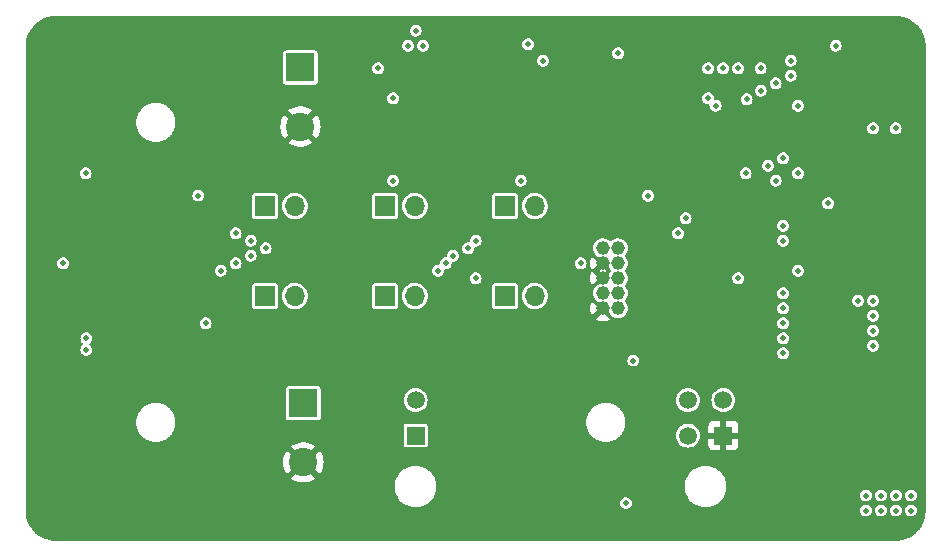
<source format=gbr>
%TF.GenerationSoftware,KiCad,Pcbnew,7.0.10*%
%TF.CreationDate,2025-02-18T11:07:04-08:00*%
%TF.ProjectId,flow-controller,666c6f77-2d63-46f6-9e74-726f6c6c6572,rev?*%
%TF.SameCoordinates,Original*%
%TF.FileFunction,Copper,L2,Inr*%
%TF.FilePolarity,Positive*%
%FSLAX46Y46*%
G04 Gerber Fmt 4.6, Leading zero omitted, Abs format (unit mm)*
G04 Created by KiCad (PCBNEW 7.0.10) date 2025-02-18 11:07:04*
%MOMM*%
%LPD*%
G01*
G04 APERTURE LIST*
%TA.AperFunction,ComponentPad*%
%ADD10C,1.168400*%
%TD*%
%TA.AperFunction,ComponentPad*%
%ADD11R,1.520000X1.520000*%
%TD*%
%TA.AperFunction,ComponentPad*%
%ADD12C,1.520000*%
%TD*%
%TA.AperFunction,ComponentPad*%
%ADD13R,1.700000X1.700000*%
%TD*%
%TA.AperFunction,ComponentPad*%
%ADD14O,1.700000X1.700000*%
%TD*%
%TA.AperFunction,ComponentPad*%
%ADD15R,2.400000X2.400000*%
%TD*%
%TA.AperFunction,ComponentPad*%
%ADD16C,2.400000*%
%TD*%
%TA.AperFunction,ViaPad*%
%ADD17C,0.500000*%
%TD*%
G04 APERTURE END LIST*
D10*
%TO.N,/MCU/JTAG_VCC*%
%TO.C,J7*%
X99676949Y-100983051D03*
%TO.N,/MCU/TMS*%
X100946949Y-100983051D03*
%TO.N,GND*%
X99676949Y-102253051D03*
%TO.N,/MCU/TCK*%
X100946949Y-102253051D03*
%TO.N,GND*%
X99676949Y-103523051D03*
%TO.N,/MCU/TDO*%
X100946949Y-103523051D03*
%TO.N,/MCU/SBWTCK*%
X99676949Y-104793051D03*
%TO.N,/MCU/TDI*%
X100946949Y-104793051D03*
%TO.N,GND*%
X99676949Y-106063051D03*
%TO.N,/MCU/RST*%
X100946949Y-106063051D03*
%TD*%
D11*
%TO.N,Net-(D1-A)*%
%TO.C,J8*%
X83801949Y-116840000D03*
D12*
%TO.N,+BATT*%
X83801949Y-113840001D03*
%TD*%
D11*
%TO.N,GND*%
%TO.C,J9*%
X109855000Y-116840000D03*
D12*
%TO.N,/RS232 Transceiver/T1OUT*%
X106855001Y-116840000D03*
%TO.N,/RS232 Transceiver/R1IN*%
X109855000Y-113840001D03*
%TO.N,+BATT*%
X106855001Y-113840001D03*
%TD*%
D13*
%TO.N,/Motor Driver 1/DO2*%
%TO.C,J1*%
X81185749Y-105021651D03*
D14*
%TO.N,/Motor Driver 1/DO1*%
X83725749Y-105021651D03*
%TD*%
D15*
%TO.N,+BATT*%
%TO.C,C16*%
X74050000Y-85676041D03*
D16*
%TO.N,GND*%
X74050000Y-90676041D03*
%TD*%
D13*
%TO.N,/Motor Driver 1/AO2*%
%TO.C,J5*%
X91345749Y-105021651D03*
D14*
%TO.N,/Motor Driver 1/AO1*%
X93885749Y-105021651D03*
%TD*%
D13*
%TO.N,/Motor Driver 1/CO2*%
%TO.C,J6*%
X81185749Y-97401651D03*
D14*
%TO.N,/Motor Driver 1/CO1*%
X83725749Y-97401651D03*
%TD*%
D13*
%TO.N,/Motor Driver 2/CO2*%
%TO.C,J3*%
X71025749Y-105021651D03*
D14*
%TO.N,/Motor Driver 2/CO1*%
X73565749Y-105021651D03*
%TD*%
D13*
%TO.N,/Motor Driver 1/BO2*%
%TO.C,J2*%
X91345749Y-97401651D03*
D14*
%TO.N,/Motor Driver 1/BO1*%
X93885749Y-97401651D03*
%TD*%
D15*
%TO.N,+BATT*%
%TO.C,C21*%
X74300000Y-114101041D03*
D16*
%TO.N,GND*%
X74300000Y-119101041D03*
%TD*%
D13*
%TO.N,/Motor Driver 2/BO2*%
%TO.C,J4*%
X71025749Y-97401651D03*
D14*
%TO.N,/Motor Driver 2/BO1*%
X73565749Y-97401651D03*
%TD*%
D17*
%TO.N,GND*%
X123190000Y-100965000D03*
X107931949Y-92093051D03*
X125730000Y-114300000D03*
X58401949Y-99713051D03*
X115551949Y-92093051D03*
X114281949Y-116858051D03*
X84436949Y-89553051D03*
X80645000Y-90805000D03*
X123190000Y-113030000D03*
X60941949Y-98443051D03*
X58401949Y-98443051D03*
X59671949Y-103523051D03*
X109836949Y-106698051D03*
X58401949Y-104793051D03*
X85706949Y-89553051D03*
X88265000Y-95250000D03*
X125730000Y-99695000D03*
X86995000Y-84455000D03*
X58401949Y-97173051D03*
X125730000Y-113030000D03*
X118091949Y-102888051D03*
X118110000Y-100330000D03*
X120631949Y-97808051D03*
X90786949Y-88283051D03*
X80225000Y-82375000D03*
X125730000Y-111760000D03*
X105410000Y-82550000D03*
X59671949Y-95903051D03*
X114281949Y-119398051D03*
X94615000Y-88265000D03*
X60941949Y-100983051D03*
X123825000Y-82550000D03*
X105391949Y-98443051D03*
X89516949Y-89553051D03*
X59671949Y-107333051D03*
X89516949Y-88283051D03*
X102216949Y-86378051D03*
X60941949Y-106063051D03*
X111106949Y-107968051D03*
X103486949Y-107333051D03*
X100311949Y-97173051D03*
X59671949Y-106063051D03*
X116205000Y-109855000D03*
X60941949Y-104793051D03*
X59671949Y-104793051D03*
X125730000Y-110490000D03*
X94615000Y-89535000D03*
X101581949Y-97173051D03*
X94615000Y-92075000D03*
X83166949Y-89553051D03*
X60941949Y-99713051D03*
X86976949Y-89553051D03*
X60941949Y-102253051D03*
X119361949Y-114318051D03*
X58401949Y-95903051D03*
X124460000Y-99695000D03*
X109836949Y-107968051D03*
X54591949Y-101618051D03*
X59671949Y-98443051D03*
X80645000Y-89535000D03*
X93326949Y-89553051D03*
X85706949Y-90823051D03*
X86976949Y-90823051D03*
X100946949Y-93998051D03*
X125730000Y-89535000D03*
X103486949Y-93998051D03*
X88246949Y-90823051D03*
X58401949Y-106063051D03*
X86976949Y-88283051D03*
X88246949Y-88283051D03*
X81896949Y-89553051D03*
X58401949Y-100983051D03*
X120631949Y-96538051D03*
X114281949Y-114318051D03*
X60941949Y-103523051D03*
X125730000Y-86360000D03*
X114281949Y-121938051D03*
X59671949Y-100983051D03*
X125730000Y-100965000D03*
X124460000Y-89535000D03*
X90786949Y-89553051D03*
X94615000Y-90805000D03*
X102216949Y-93998051D03*
X92056949Y-89553051D03*
X109836949Y-103523051D03*
X124460000Y-113030000D03*
X116186949Y-98443051D03*
X101600000Y-82550000D03*
X112376949Y-103523051D03*
X65386949Y-100983051D03*
X102216949Y-90188051D03*
X124460000Y-111760000D03*
X59671949Y-102253051D03*
X88246949Y-89553051D03*
X123190000Y-99695000D03*
X119996949Y-102888051D03*
X124460000Y-100965000D03*
X60941949Y-107333051D03*
X89516949Y-90823051D03*
X118726949Y-82568051D03*
X59671949Y-97173051D03*
X80645000Y-92075000D03*
X84436949Y-90823051D03*
X125730000Y-115570000D03*
X90786949Y-90823051D03*
X59671949Y-99713051D03*
X125730000Y-85090000D03*
X58401949Y-107333051D03*
X117475000Y-109220000D03*
%TO.N,+3V3*%
X111106949Y-103523051D03*
X119361949Y-83838051D03*
X118726949Y-97173051D03*
X100946949Y-84473051D03*
X121920000Y-123190000D03*
X124460000Y-121920000D03*
X121920000Y-121920000D03*
X123190000Y-123190000D03*
X102235000Y-110490000D03*
X123190000Y-121920000D03*
X114916949Y-100348051D03*
X125730000Y-123190000D03*
X124460000Y-123190000D03*
X103486949Y-96538051D03*
X125730000Y-121920000D03*
X101600000Y-122555000D03*
%TO.N,+BATT*%
X81896949Y-88283051D03*
X94596949Y-85108051D03*
X122536949Y-109238051D03*
X55861949Y-94633051D03*
X122536949Y-106698051D03*
X122536949Y-105428051D03*
X55921949Y-109585551D03*
X80626949Y-85743051D03*
X122536949Y-107968051D03*
X55921949Y-108603051D03*
X121266949Y-105428051D03*
X83801949Y-82568051D03*
%TO.N,/MCU/JTAG_VCC*%
X97771949Y-102253051D03*
%TO.N,/MCU/TMS*%
X113646949Y-93998051D03*
%TO.N,/MCU/TCK*%
X114916949Y-93363051D03*
%TO.N,/MCU/TDO*%
X114281949Y-95268051D03*
%TO.N,/MCU/TDI*%
X116186949Y-94633051D03*
%TO.N,/MCU/RST*%
X115551949Y-86378051D03*
%TO.N,/RS232 Transceiver/R1IN*%
X114916949Y-106063051D03*
%TO.N,/RS232 Transceiver/T1OUT*%
X114916949Y-104793051D03*
%TO.N,Net-(U5-AISEN)*%
X93326949Y-83708551D03*
%TO.N,Net-(U5-BISEN)*%
X92691949Y-95268051D03*
%TO.N,Net-(U5-CISEN)*%
X81896949Y-95268051D03*
%TO.N,Net-(U5-DISEN)*%
X83166949Y-83838051D03*
%TO.N,Net-(U6-BISEN)*%
X65405000Y-96520000D03*
%TO.N,Net-(U6-CISEN)*%
X66021949Y-107333051D03*
%TO.N,/MCU/PUMP_RELAY*%
X111741949Y-94633051D03*
X106026949Y-99713051D03*
%TO.N,/MCU/R1OUT*%
X114916949Y-107333051D03*
X114916949Y-99078051D03*
%TO.N,/MCU/T1IN*%
X116186949Y-88918051D03*
X114916949Y-109873051D03*
%TO.N,Net-(U1-P8.2)*%
X124441949Y-90823051D03*
X115551949Y-85108051D03*
%TO.N,Net-(U1-P8.3)*%
X113011949Y-85743051D03*
X122536949Y-90823051D03*
%TO.N,/MCU/SDATA*%
X111106949Y-85743051D03*
X86341949Y-102253051D03*
X68561949Y-102253051D03*
%TO.N,/MCU/SCLK*%
X86976949Y-101618051D03*
X69831949Y-101618051D03*
X109836949Y-85743051D03*
%TO.N,/MCU/B_CS*%
X108566949Y-85743051D03*
X68561949Y-99713051D03*
%TO.N,/MCU/ONOFF*%
X106661949Y-98443051D03*
X116186949Y-102888051D03*
X114281949Y-87013051D03*
X114916949Y-108603051D03*
%TO.N,/MCU/A_CS*%
X113011949Y-87648051D03*
X88881949Y-103523051D03*
%TO.N,/MCU/SSTB*%
X67291949Y-102888051D03*
X85706949Y-102888051D03*
X111832432Y-88373534D03*
%TO.N,/MCU/nRESET*%
X88881949Y-100348051D03*
X69831949Y-100348051D03*
X108566949Y-88283051D03*
%TO.N,/MCU/nSLEEP*%
X71101949Y-100983051D03*
X88246949Y-100983051D03*
X109201949Y-88918051D03*
%TO.N,/Motor Driver 1/VREF1*%
X84436949Y-83838051D03*
%TO.N,/Motor Driver 2/VREF2*%
X53956949Y-102253051D03*
%TD*%
%TA.AperFunction,Conductor*%
%TO.N,GND*%
G36*
X100085662Y-102308211D02*
G01*
X100119147Y-102369534D01*
X100121301Y-102382925D01*
X100125992Y-102427551D01*
X100125993Y-102427554D01*
X100125993Y-102427555D01*
X100180209Y-102594418D01*
X100180212Y-102594424D01*
X100267942Y-102746377D01*
X100320797Y-102805079D01*
X100351027Y-102868071D01*
X100342401Y-102937406D01*
X100320797Y-102971023D01*
X100267942Y-103029724D01*
X100180212Y-103181677D01*
X100180209Y-103181683D01*
X100125993Y-103348546D01*
X100125991Y-103348557D01*
X100121301Y-103393172D01*
X100094716Y-103457786D01*
X100085662Y-103467889D01*
X100034063Y-103519488D01*
X100036235Y-103493280D01*
X100007101Y-103378233D01*
X99942190Y-103278879D01*
X99848536Y-103205986D01*
X99736288Y-103167451D01*
X99678996Y-103167451D01*
X99958396Y-102888051D01*
X99678996Y-102608651D01*
X99706415Y-102608651D01*
X99794009Y-102594034D01*
X99898383Y-102537550D01*
X99978762Y-102450235D01*
X100026434Y-102341553D01*
X100033518Y-102256067D01*
X100085662Y-102308211D01*
G37*
%TD.AperFunction*%
%TA.AperFunction,Conductor*%
G36*
X124445419Y-81298745D02*
G01*
X124557619Y-81305049D01*
X124726298Y-81315256D01*
X124739548Y-81316778D01*
X124871730Y-81339239D01*
X124872902Y-81339446D01*
X125018139Y-81366064D01*
X125030103Y-81368877D01*
X125162691Y-81407076D01*
X125165181Y-81407822D01*
X125302094Y-81450487D01*
X125312628Y-81454302D01*
X125441660Y-81507751D01*
X125445050Y-81509215D01*
X125574234Y-81567357D01*
X125583302Y-81571894D01*
X125706320Y-81639885D01*
X125710402Y-81642245D01*
X125830958Y-81715125D01*
X125838498Y-81720069D01*
X125953506Y-81801672D01*
X125958135Y-81805125D01*
X126066138Y-81889740D01*
X126068694Y-81891743D01*
X126074832Y-81896880D01*
X126180082Y-81990938D01*
X126185116Y-81995698D01*
X126284300Y-82094882D01*
X126289063Y-82099919D01*
X126383113Y-82205161D01*
X126388255Y-82211304D01*
X126474850Y-82321833D01*
X126478337Y-82326507D01*
X126559921Y-82441488D01*
X126564883Y-82449054D01*
X126637733Y-82569562D01*
X126640133Y-82573712D01*
X126658656Y-82607226D01*
X126708097Y-82696682D01*
X126712644Y-82705771D01*
X126770773Y-82834925D01*
X126772258Y-82838363D01*
X126825691Y-82967357D01*
X126829516Y-82977919D01*
X126872154Y-83114743D01*
X126872922Y-83117307D01*
X126911121Y-83249895D01*
X126913936Y-83261869D01*
X126940512Y-83406874D01*
X126940792Y-83408456D01*
X126963218Y-83540436D01*
X126964744Y-83553718D01*
X126974948Y-83722347D01*
X126974979Y-83722882D01*
X126981254Y-83834579D01*
X126981449Y-83841534D01*
X126981449Y-123204573D01*
X126981254Y-123211524D01*
X126975432Y-123315221D01*
X126975398Y-123315794D01*
X126964609Y-123493265D01*
X126963086Y-123506509D01*
X126942085Y-123630129D01*
X126941806Y-123631711D01*
X126913678Y-123785214D01*
X126910864Y-123797189D01*
X126877657Y-123912465D01*
X126874211Y-123924426D01*
X126873442Y-123926989D01*
X126829132Y-124069194D01*
X126825308Y-124079757D01*
X126773521Y-124204787D01*
X126772036Y-124208224D01*
X126712100Y-124341406D01*
X126707552Y-124350497D01*
X126641385Y-124470222D01*
X126638974Y-124474391D01*
X126564152Y-124598167D01*
X126559165Y-124605773D01*
X126479587Y-124717931D01*
X126476068Y-124722648D01*
X126387280Y-124835982D01*
X126382129Y-124842136D01*
X126290291Y-124944907D01*
X126285513Y-124949962D01*
X126183842Y-125051637D01*
X126178788Y-125056414D01*
X126076011Y-125148266D01*
X126069856Y-125153419D01*
X125956522Y-125242213D01*
X125951806Y-125245731D01*
X125839651Y-125325314D01*
X125832044Y-125330302D01*
X125708261Y-125405133D01*
X125704093Y-125407543D01*
X125584386Y-125473706D01*
X125575296Y-125478255D01*
X125442112Y-125538199D01*
X125438675Y-125539684D01*
X125313662Y-125591470D01*
X125303099Y-125595295D01*
X125160865Y-125639620D01*
X125158301Y-125640388D01*
X125031075Y-125677043D01*
X125019100Y-125679858D01*
X124865693Y-125707974D01*
X124864112Y-125708254D01*
X124740462Y-125729265D01*
X124727178Y-125730791D01*
X124535090Y-125742414D01*
X124534558Y-125742445D01*
X124455969Y-125746861D01*
X124447155Y-125747356D01*
X124440203Y-125747551D01*
X53325427Y-125747551D01*
X53318476Y-125747356D01*
X53313796Y-125747093D01*
X53206754Y-125741083D01*
X53206222Y-125741052D01*
X53037614Y-125730857D01*
X53024328Y-125729331D01*
X52892381Y-125706913D01*
X52890802Y-125706634D01*
X52745754Y-125680056D01*
X52733777Y-125677241D01*
X52601224Y-125639055D01*
X52598661Y-125638287D01*
X52461803Y-125595642D01*
X52451240Y-125591817D01*
X52322247Y-125538387D01*
X52318810Y-125536903D01*
X52279126Y-125519043D01*
X52189633Y-125478767D01*
X52180560Y-125474227D01*
X52179617Y-125473706D01*
X52171457Y-125469196D01*
X52057597Y-125406267D01*
X52053430Y-125403858D01*
X52009905Y-125377547D01*
X51932923Y-125331010D01*
X51925342Y-125326038D01*
X51861304Y-125280601D01*
X51810429Y-125244503D01*
X51805713Y-125240986D01*
X51695179Y-125154390D01*
X51689024Y-125149238D01*
X51687936Y-125148266D01*
X51583801Y-125055205D01*
X51578747Y-125050426D01*
X51479572Y-124951251D01*
X51474793Y-124946197D01*
X51436741Y-124903617D01*
X51380752Y-124840964D01*
X51375617Y-124834830D01*
X51336430Y-124784811D01*
X51289012Y-124724285D01*
X51285495Y-124719569D01*
X51284333Y-124717931D01*
X51203952Y-124604644D01*
X51198997Y-124597089D01*
X51126131Y-124476553D01*
X51123731Y-124472401D01*
X51090642Y-124412531D01*
X51055760Y-124349417D01*
X51051241Y-124340386D01*
X50993079Y-124211151D01*
X50991611Y-124207751D01*
X50990383Y-124204787D01*
X50938175Y-124078744D01*
X50934361Y-124068211D01*
X50891689Y-123931264D01*
X50890966Y-123928851D01*
X50852751Y-123796199D01*
X50849947Y-123784267D01*
X50823351Y-123639125D01*
X50823085Y-123637617D01*
X50800663Y-123505639D01*
X50799144Y-123492417D01*
X50788931Y-123323517D01*
X50782644Y-123211523D01*
X50782449Y-123204574D01*
X50782449Y-123190000D01*
X121414353Y-123190000D01*
X121434834Y-123332456D01*
X121494622Y-123463371D01*
X121494623Y-123463373D01*
X121588872Y-123572143D01*
X121709947Y-123649953D01*
X121709950Y-123649954D01*
X121709949Y-123649954D01*
X121848036Y-123690499D01*
X121848038Y-123690500D01*
X121848039Y-123690500D01*
X121991962Y-123690500D01*
X121991962Y-123690499D01*
X122130053Y-123649953D01*
X122251128Y-123572143D01*
X122345377Y-123463373D01*
X122405165Y-123332457D01*
X122425647Y-123190000D01*
X122684353Y-123190000D01*
X122704834Y-123332456D01*
X122764622Y-123463371D01*
X122764623Y-123463373D01*
X122858872Y-123572143D01*
X122979947Y-123649953D01*
X122979950Y-123649954D01*
X122979949Y-123649954D01*
X123118036Y-123690499D01*
X123118038Y-123690500D01*
X123118039Y-123690500D01*
X123261962Y-123690500D01*
X123261962Y-123690499D01*
X123400053Y-123649953D01*
X123521128Y-123572143D01*
X123615377Y-123463373D01*
X123675165Y-123332457D01*
X123695647Y-123190000D01*
X123954353Y-123190000D01*
X123974834Y-123332456D01*
X124034622Y-123463371D01*
X124034623Y-123463373D01*
X124128872Y-123572143D01*
X124249947Y-123649953D01*
X124249950Y-123649954D01*
X124249949Y-123649954D01*
X124388036Y-123690499D01*
X124388038Y-123690500D01*
X124388039Y-123690500D01*
X124531962Y-123690500D01*
X124531962Y-123690499D01*
X124670053Y-123649953D01*
X124791128Y-123572143D01*
X124885377Y-123463373D01*
X124945165Y-123332457D01*
X124965647Y-123190000D01*
X125224353Y-123190000D01*
X125244834Y-123332456D01*
X125304622Y-123463371D01*
X125304623Y-123463373D01*
X125398872Y-123572143D01*
X125519947Y-123649953D01*
X125519950Y-123649954D01*
X125519949Y-123649954D01*
X125658036Y-123690499D01*
X125658038Y-123690500D01*
X125658039Y-123690500D01*
X125801962Y-123690500D01*
X125801962Y-123690499D01*
X125940053Y-123649953D01*
X126061128Y-123572143D01*
X126155377Y-123463373D01*
X126215165Y-123332457D01*
X126235647Y-123190000D01*
X126215165Y-123047543D01*
X126155377Y-122916627D01*
X126061128Y-122807857D01*
X125940053Y-122730047D01*
X125940051Y-122730046D01*
X125940049Y-122730045D01*
X125940050Y-122730045D01*
X125801963Y-122689500D01*
X125801961Y-122689500D01*
X125658039Y-122689500D01*
X125658036Y-122689500D01*
X125519949Y-122730045D01*
X125398873Y-122807856D01*
X125304623Y-122916626D01*
X125304622Y-122916628D01*
X125244834Y-123047543D01*
X125224353Y-123190000D01*
X124965647Y-123190000D01*
X124945165Y-123047543D01*
X124885377Y-122916627D01*
X124791128Y-122807857D01*
X124670053Y-122730047D01*
X124670051Y-122730046D01*
X124670049Y-122730045D01*
X124670050Y-122730045D01*
X124531963Y-122689500D01*
X124531961Y-122689500D01*
X124388039Y-122689500D01*
X124388036Y-122689500D01*
X124249949Y-122730045D01*
X124128873Y-122807856D01*
X124034623Y-122916626D01*
X124034622Y-122916628D01*
X123974834Y-123047543D01*
X123954353Y-123190000D01*
X123695647Y-123190000D01*
X123675165Y-123047543D01*
X123615377Y-122916627D01*
X123521128Y-122807857D01*
X123400053Y-122730047D01*
X123400051Y-122730046D01*
X123400049Y-122730045D01*
X123400050Y-122730045D01*
X123261963Y-122689500D01*
X123261961Y-122689500D01*
X123118039Y-122689500D01*
X123118036Y-122689500D01*
X122979949Y-122730045D01*
X122858873Y-122807856D01*
X122764623Y-122916626D01*
X122764622Y-122916628D01*
X122704834Y-123047543D01*
X122684353Y-123190000D01*
X122425647Y-123190000D01*
X122405165Y-123047543D01*
X122345377Y-122916627D01*
X122251128Y-122807857D01*
X122130053Y-122730047D01*
X122130051Y-122730046D01*
X122130049Y-122730045D01*
X122130050Y-122730045D01*
X121991963Y-122689500D01*
X121991961Y-122689500D01*
X121848039Y-122689500D01*
X121848036Y-122689500D01*
X121709949Y-122730045D01*
X121588873Y-122807856D01*
X121494623Y-122916626D01*
X121494622Y-122916628D01*
X121434834Y-123047543D01*
X121414353Y-123190000D01*
X50782449Y-123190000D01*
X50782449Y-121291186D01*
X82051449Y-121291186D01*
X82070790Y-121419500D01*
X82090553Y-121550614D01*
X82090554Y-121550616D01*
X82090555Y-121550622D01*
X82167887Y-121801325D01*
X82281716Y-122037695D01*
X82281717Y-122037696D01*
X82281719Y-122037699D01*
X82281721Y-122037703D01*
X82320818Y-122095047D01*
X82429516Y-122254478D01*
X82607963Y-122446800D01*
X82607967Y-122446803D01*
X82607968Y-122446804D01*
X82813092Y-122610385D01*
X83040306Y-122741567D01*
X83284533Y-122837419D01*
X83540319Y-122895801D01*
X83540325Y-122895801D01*
X83540328Y-122895802D01*
X83736433Y-122910498D01*
X83736452Y-122910498D01*
X83736455Y-122910499D01*
X83736457Y-122910499D01*
X83867441Y-122910499D01*
X83867443Y-122910499D01*
X83867445Y-122910498D01*
X83867464Y-122910498D01*
X84063569Y-122895802D01*
X84063571Y-122895801D01*
X84063579Y-122895801D01*
X84319365Y-122837419D01*
X84563592Y-122741567D01*
X84790806Y-122610385D01*
X84860257Y-122555000D01*
X101094353Y-122555000D01*
X101114834Y-122697456D01*
X101174622Y-122828371D01*
X101174623Y-122828373D01*
X101268872Y-122937143D01*
X101389947Y-123014953D01*
X101389950Y-123014954D01*
X101389949Y-123014954D01*
X101528036Y-123055499D01*
X101528038Y-123055500D01*
X101528039Y-123055500D01*
X101671962Y-123055500D01*
X101671962Y-123055499D01*
X101810053Y-123014953D01*
X101931128Y-122937143D01*
X102025377Y-122828373D01*
X102085165Y-122697457D01*
X102105647Y-122555000D01*
X102085165Y-122412543D01*
X102025377Y-122281627D01*
X101931128Y-122172857D01*
X101810053Y-122095047D01*
X101810051Y-122095046D01*
X101810049Y-122095045D01*
X101810050Y-122095045D01*
X101671963Y-122054500D01*
X101671961Y-122054500D01*
X101528039Y-122054500D01*
X101528036Y-122054500D01*
X101389949Y-122095045D01*
X101268873Y-122172856D01*
X101174623Y-122281626D01*
X101174622Y-122281628D01*
X101114834Y-122412543D01*
X101094353Y-122555000D01*
X84860257Y-122555000D01*
X84995930Y-122446804D01*
X85020337Y-122420500D01*
X85035894Y-122403732D01*
X85174382Y-122254478D01*
X85322177Y-122037703D01*
X85436012Y-121801322D01*
X85513345Y-121550614D01*
X85552448Y-121291186D01*
X106604500Y-121291186D01*
X106623841Y-121419500D01*
X106643604Y-121550614D01*
X106643605Y-121550616D01*
X106643606Y-121550622D01*
X106720938Y-121801325D01*
X106834767Y-122037695D01*
X106834768Y-122037696D01*
X106834770Y-122037699D01*
X106834772Y-122037703D01*
X106873869Y-122095047D01*
X106982567Y-122254478D01*
X107161014Y-122446800D01*
X107161018Y-122446803D01*
X107161019Y-122446804D01*
X107366143Y-122610385D01*
X107593357Y-122741567D01*
X107837584Y-122837419D01*
X108093370Y-122895801D01*
X108093376Y-122895801D01*
X108093379Y-122895802D01*
X108289484Y-122910498D01*
X108289503Y-122910498D01*
X108289506Y-122910499D01*
X108289508Y-122910499D01*
X108420492Y-122910499D01*
X108420494Y-122910499D01*
X108420496Y-122910498D01*
X108420515Y-122910498D01*
X108616620Y-122895802D01*
X108616622Y-122895801D01*
X108616630Y-122895801D01*
X108872416Y-122837419D01*
X109116643Y-122741567D01*
X109343857Y-122610385D01*
X109548981Y-122446804D01*
X109573388Y-122420500D01*
X109588945Y-122403732D01*
X109727433Y-122254478D01*
X109875228Y-122037703D01*
X109931911Y-121920000D01*
X121414353Y-121920000D01*
X121434834Y-122062456D01*
X121494622Y-122193371D01*
X121494623Y-122193373D01*
X121588872Y-122302143D01*
X121709947Y-122379953D01*
X121709950Y-122379954D01*
X121709949Y-122379954D01*
X121848036Y-122420499D01*
X121848038Y-122420500D01*
X121848039Y-122420500D01*
X121991962Y-122420500D01*
X121991962Y-122420499D01*
X122130053Y-122379953D01*
X122251128Y-122302143D01*
X122345377Y-122193373D01*
X122405165Y-122062457D01*
X122425647Y-121920000D01*
X122684353Y-121920000D01*
X122704834Y-122062456D01*
X122764622Y-122193371D01*
X122764623Y-122193373D01*
X122858872Y-122302143D01*
X122979947Y-122379953D01*
X122979950Y-122379954D01*
X122979949Y-122379954D01*
X123118036Y-122420499D01*
X123118038Y-122420500D01*
X123118039Y-122420500D01*
X123261962Y-122420500D01*
X123261962Y-122420499D01*
X123400053Y-122379953D01*
X123521128Y-122302143D01*
X123615377Y-122193373D01*
X123675165Y-122062457D01*
X123695647Y-121920000D01*
X123954353Y-121920000D01*
X123974834Y-122062456D01*
X124034622Y-122193371D01*
X124034623Y-122193373D01*
X124128872Y-122302143D01*
X124249947Y-122379953D01*
X124249950Y-122379954D01*
X124249949Y-122379954D01*
X124388036Y-122420499D01*
X124388038Y-122420500D01*
X124388039Y-122420500D01*
X124531962Y-122420500D01*
X124531962Y-122420499D01*
X124670053Y-122379953D01*
X124791128Y-122302143D01*
X124885377Y-122193373D01*
X124945165Y-122062457D01*
X124965647Y-121920000D01*
X125224353Y-121920000D01*
X125244834Y-122062456D01*
X125304622Y-122193371D01*
X125304623Y-122193373D01*
X125398872Y-122302143D01*
X125519947Y-122379953D01*
X125519950Y-122379954D01*
X125519949Y-122379954D01*
X125658036Y-122420499D01*
X125658038Y-122420500D01*
X125658039Y-122420500D01*
X125801962Y-122420500D01*
X125801962Y-122420499D01*
X125940053Y-122379953D01*
X126061128Y-122302143D01*
X126155377Y-122193373D01*
X126215165Y-122062457D01*
X126235647Y-121920000D01*
X126215165Y-121777543D01*
X126155377Y-121646627D01*
X126061128Y-121537857D01*
X125940053Y-121460047D01*
X125940051Y-121460046D01*
X125940049Y-121460045D01*
X125940050Y-121460045D01*
X125801963Y-121419500D01*
X125801961Y-121419500D01*
X125658039Y-121419500D01*
X125658036Y-121419500D01*
X125519949Y-121460045D01*
X125398873Y-121537856D01*
X125304623Y-121646626D01*
X125304622Y-121646628D01*
X125244834Y-121777543D01*
X125224353Y-121920000D01*
X124965647Y-121920000D01*
X124945165Y-121777543D01*
X124885377Y-121646627D01*
X124791128Y-121537857D01*
X124670053Y-121460047D01*
X124670051Y-121460046D01*
X124670049Y-121460045D01*
X124670050Y-121460045D01*
X124531963Y-121419500D01*
X124531961Y-121419500D01*
X124388039Y-121419500D01*
X124388036Y-121419500D01*
X124249949Y-121460045D01*
X124128873Y-121537856D01*
X124034623Y-121646626D01*
X124034622Y-121646628D01*
X123974834Y-121777543D01*
X123954353Y-121920000D01*
X123695647Y-121920000D01*
X123675165Y-121777543D01*
X123615377Y-121646627D01*
X123521128Y-121537857D01*
X123400053Y-121460047D01*
X123400051Y-121460046D01*
X123400049Y-121460045D01*
X123400050Y-121460045D01*
X123261963Y-121419500D01*
X123261961Y-121419500D01*
X123118039Y-121419500D01*
X123118036Y-121419500D01*
X122979949Y-121460045D01*
X122858873Y-121537856D01*
X122764623Y-121646626D01*
X122764622Y-121646628D01*
X122704834Y-121777543D01*
X122684353Y-121920000D01*
X122425647Y-121920000D01*
X122405165Y-121777543D01*
X122345377Y-121646627D01*
X122251128Y-121537857D01*
X122130053Y-121460047D01*
X122130051Y-121460046D01*
X122130049Y-121460045D01*
X122130050Y-121460045D01*
X121991963Y-121419500D01*
X121991961Y-121419500D01*
X121848039Y-121419500D01*
X121848036Y-121419500D01*
X121709949Y-121460045D01*
X121588873Y-121537856D01*
X121494623Y-121646626D01*
X121494622Y-121646628D01*
X121434834Y-121777543D01*
X121414353Y-121920000D01*
X109931911Y-121920000D01*
X109989063Y-121801322D01*
X110066396Y-121550614D01*
X110105500Y-121291181D01*
X110105500Y-121028817D01*
X110066396Y-120769384D01*
X109989063Y-120518676D01*
X109964552Y-120467779D01*
X109875232Y-120282302D01*
X109875231Y-120282301D01*
X109875230Y-120282300D01*
X109875228Y-120282295D01*
X109727433Y-120065520D01*
X109717441Y-120054752D01*
X109548985Y-119873197D01*
X109508250Y-119840712D01*
X109343857Y-119709613D01*
X109116643Y-119578431D01*
X108872416Y-119482579D01*
X108872411Y-119482577D01*
X108872402Y-119482575D01*
X108654818Y-119432913D01*
X108616630Y-119424197D01*
X108616629Y-119424196D01*
X108616625Y-119424196D01*
X108616620Y-119424195D01*
X108420515Y-119409499D01*
X108420494Y-119409499D01*
X108289506Y-119409499D01*
X108289484Y-119409499D01*
X108093379Y-119424195D01*
X108093374Y-119424196D01*
X107837597Y-119482575D01*
X107837578Y-119482581D01*
X107593356Y-119578431D01*
X107366143Y-119709613D01*
X107161014Y-119873197D01*
X106982567Y-120065519D01*
X106834768Y-120282301D01*
X106834767Y-120282302D01*
X106720938Y-120518672D01*
X106643606Y-120769375D01*
X106643605Y-120769380D01*
X106643604Y-120769384D01*
X106628853Y-120867246D01*
X106604500Y-121028811D01*
X106604500Y-121291186D01*
X85552448Y-121291186D01*
X85552449Y-121291181D01*
X85552449Y-121028817D01*
X85513345Y-120769384D01*
X85436012Y-120518676D01*
X85411501Y-120467779D01*
X85322181Y-120282302D01*
X85322180Y-120282301D01*
X85322179Y-120282300D01*
X85322177Y-120282295D01*
X85174382Y-120065520D01*
X85164390Y-120054752D01*
X84995934Y-119873197D01*
X84955199Y-119840712D01*
X84790806Y-119709613D01*
X84563592Y-119578431D01*
X84319365Y-119482579D01*
X84319360Y-119482577D01*
X84319351Y-119482575D01*
X84101767Y-119432913D01*
X84063579Y-119424197D01*
X84063578Y-119424196D01*
X84063574Y-119424196D01*
X84063569Y-119424195D01*
X83867464Y-119409499D01*
X83867443Y-119409499D01*
X83736455Y-119409499D01*
X83736433Y-119409499D01*
X83540328Y-119424195D01*
X83540323Y-119424196D01*
X83284546Y-119482575D01*
X83284527Y-119482581D01*
X83040305Y-119578431D01*
X82813092Y-119709613D01*
X82607963Y-119873197D01*
X82429516Y-120065519D01*
X82281717Y-120282301D01*
X82281716Y-120282302D01*
X82167887Y-120518672D01*
X82090555Y-120769375D01*
X82090554Y-120769380D01*
X82090553Y-120769384D01*
X82075802Y-120867246D01*
X82051449Y-121028811D01*
X82051449Y-121291186D01*
X50782449Y-121291186D01*
X50782449Y-119101045D01*
X72595233Y-119101045D01*
X72614273Y-119355120D01*
X72670968Y-119603518D01*
X72670973Y-119603535D01*
X72764058Y-119840712D01*
X72764057Y-119840712D01*
X72891454Y-120061368D01*
X72891461Y-120061379D01*
X72933452Y-120114032D01*
X72933453Y-120114033D01*
X73737226Y-119310260D01*
X73775901Y-119403629D01*
X73872075Y-119528966D01*
X73997412Y-119625140D01*
X74090779Y-119663813D01*
X73286813Y-120467779D01*
X73447616Y-120577412D01*
X73447624Y-120577417D01*
X73677176Y-120687962D01*
X73677174Y-120687962D01*
X73920652Y-120763065D01*
X73920658Y-120763067D01*
X74172595Y-120801040D01*
X74172604Y-120801041D01*
X74427396Y-120801041D01*
X74427404Y-120801040D01*
X74679341Y-120763067D01*
X74679347Y-120763065D01*
X74922824Y-120687962D01*
X75152376Y-120577417D01*
X75152377Y-120577416D01*
X75313185Y-120467779D01*
X74509220Y-119663813D01*
X74602588Y-119625140D01*
X74727925Y-119528966D01*
X74824099Y-119403630D01*
X74862773Y-119310261D01*
X75666544Y-120114033D01*
X75666546Y-120114032D01*
X75708544Y-120061371D01*
X75835941Y-119840712D01*
X75929026Y-119603535D01*
X75929031Y-119603518D01*
X75985726Y-119355120D01*
X76004767Y-119101045D01*
X76004767Y-119101036D01*
X75985726Y-118846961D01*
X75929031Y-118598563D01*
X75929026Y-118598546D01*
X75835941Y-118361369D01*
X75835942Y-118361369D01*
X75708545Y-118140713D01*
X75666545Y-118088047D01*
X74862772Y-118891820D01*
X74824099Y-118798453D01*
X74727925Y-118673116D01*
X74602588Y-118576942D01*
X74509219Y-118538267D01*
X75313185Y-117734301D01*
X75152397Y-117624678D01*
X82791449Y-117624678D01*
X82805981Y-117697735D01*
X82805982Y-117697739D01*
X82805983Y-117697740D01*
X82861348Y-117780601D01*
X82944077Y-117835878D01*
X82944209Y-117835966D01*
X82944213Y-117835967D01*
X83017270Y-117850499D01*
X83017273Y-117850500D01*
X83017275Y-117850500D01*
X84586625Y-117850500D01*
X84586626Y-117850499D01*
X84659689Y-117835966D01*
X84742550Y-117780601D01*
X84797915Y-117697740D01*
X84812449Y-117624674D01*
X84812449Y-116055326D01*
X84812449Y-116055323D01*
X84812448Y-116055321D01*
X84797916Y-115982264D01*
X84797915Y-115982260D01*
X84742550Y-115899399D01*
X84687184Y-115862405D01*
X84659688Y-115844033D01*
X84659684Y-115844032D01*
X84586626Y-115829500D01*
X84586623Y-115829500D01*
X83017275Y-115829500D01*
X83017272Y-115829500D01*
X82944213Y-115844032D01*
X82944209Y-115844033D01*
X82861348Y-115899399D01*
X82805982Y-115982260D01*
X82805981Y-115982264D01*
X82791449Y-116055321D01*
X82791449Y-117624678D01*
X75152397Y-117624678D01*
X75152384Y-117624669D01*
X75152376Y-117624664D01*
X74922823Y-117514119D01*
X74922825Y-117514119D01*
X74679347Y-117439016D01*
X74679341Y-117439014D01*
X74427404Y-117401041D01*
X74172595Y-117401041D01*
X73920658Y-117439014D01*
X73920652Y-117439016D01*
X73677175Y-117514119D01*
X73447622Y-117624666D01*
X73447609Y-117624673D01*
X73286813Y-117734300D01*
X74090780Y-118538267D01*
X73997412Y-118576942D01*
X73872075Y-118673116D01*
X73775901Y-118798452D01*
X73737226Y-118891821D01*
X72933452Y-118088047D01*
X72891457Y-118140708D01*
X72764058Y-118361369D01*
X72670973Y-118598546D01*
X72670968Y-118598563D01*
X72614273Y-118846961D01*
X72595233Y-119101036D01*
X72595233Y-119101045D01*
X50782449Y-119101045D01*
X50782449Y-115715050D01*
X60148942Y-115715050D01*
X60156712Y-115813775D01*
X60157094Y-115823504D01*
X60157094Y-115844792D01*
X60160422Y-115865805D01*
X60161567Y-115875472D01*
X60163648Y-115901903D01*
X60169338Y-115974201D01*
X60169338Y-115974204D01*
X60169339Y-115974206D01*
X60192454Y-116070490D01*
X60194353Y-116080037D01*
X60197683Y-116101064D01*
X60204262Y-116121313D01*
X60206904Y-116130679D01*
X60230022Y-116226972D01*
X60267918Y-116318461D01*
X60271286Y-116327590D01*
X60277864Y-116347834D01*
X60287527Y-116366799D01*
X60291601Y-116375637D01*
X60329500Y-116467135D01*
X60381241Y-116551567D01*
X60385998Y-116560060D01*
X60395665Y-116579032D01*
X60408177Y-116596254D01*
X60413585Y-116604348D01*
X60465323Y-116688777D01*
X60465327Y-116688782D01*
X60529644Y-116764087D01*
X60535666Y-116771727D01*
X60544044Y-116783258D01*
X60548177Y-116788946D01*
X60563222Y-116803991D01*
X60569831Y-116811140D01*
X60634151Y-116886449D01*
X60709467Y-116950775D01*
X60716601Y-116957370D01*
X60731653Y-116972422D01*
X60731656Y-116972424D01*
X60748880Y-116984939D01*
X60756524Y-116990965D01*
X60831817Y-117055272D01*
X60831818Y-117055273D01*
X60851537Y-117067357D01*
X60916269Y-117107024D01*
X60924334Y-117112413D01*
X60941570Y-117124936D01*
X60960546Y-117134604D01*
X60969008Y-117139343D01*
X61053465Y-117191099D01*
X61144985Y-117229007D01*
X61153780Y-117233062D01*
X61172762Y-117242734D01*
X61193021Y-117249316D01*
X61202126Y-117252676D01*
X61238301Y-117267660D01*
X61293625Y-117290577D01*
X61293624Y-117290577D01*
X61322252Y-117297449D01*
X61389924Y-117313696D01*
X61399264Y-117316329D01*
X61419535Y-117322916D01*
X61440569Y-117326247D01*
X61450087Y-117328139D01*
X61546399Y-117351262D01*
X61645147Y-117359033D01*
X61654757Y-117360171D01*
X61675813Y-117363506D01*
X61675816Y-117363506D01*
X61697095Y-117363506D01*
X61706823Y-117363887D01*
X61805549Y-117371658D01*
X61904274Y-117363887D01*
X61914003Y-117363506D01*
X61935281Y-117363506D01*
X61935285Y-117363506D01*
X61956346Y-117360170D01*
X61965947Y-117359034D01*
X62064699Y-117351262D01*
X62161015Y-117328138D01*
X62170528Y-117326247D01*
X62191557Y-117322917D01*
X62191558Y-117322917D01*
X62191559Y-117322916D01*
X62191563Y-117322916D01*
X62211833Y-117316329D01*
X62221169Y-117313697D01*
X62284129Y-117298581D01*
X62317454Y-117290582D01*
X62317457Y-117290580D01*
X62317469Y-117290578D01*
X62408988Y-117252669D01*
X62418073Y-117249317D01*
X62438336Y-117242734D01*
X62457325Y-117233058D01*
X62466099Y-117229013D01*
X62557633Y-117191099D01*
X62642095Y-117139340D01*
X62650538Y-117134611D01*
X62669528Y-117124936D01*
X62686763Y-117112413D01*
X62694828Y-117107024D01*
X62779278Y-117055274D01*
X62854605Y-116990938D01*
X62862209Y-116984944D01*
X62879445Y-116972422D01*
X62894504Y-116957362D01*
X62901616Y-116950787D01*
X62976947Y-116886449D01*
X63041285Y-116811118D01*
X63047860Y-116804006D01*
X63062920Y-116788947D01*
X63075442Y-116771711D01*
X63081436Y-116764107D01*
X63145772Y-116688780D01*
X63197522Y-116604330D01*
X63202911Y-116596265D01*
X63215434Y-116579030D01*
X63225109Y-116560040D01*
X63229838Y-116551597D01*
X63281597Y-116467135D01*
X63319511Y-116375601D01*
X63323556Y-116366827D01*
X63333232Y-116347838D01*
X63339815Y-116327575D01*
X63343167Y-116318490D01*
X63381076Y-116226971D01*
X63404195Y-116130671D01*
X63406827Y-116121335D01*
X63413414Y-116101065D01*
X63416745Y-116080030D01*
X63418636Y-116070517D01*
X63441760Y-115974201D01*
X63449532Y-115875449D01*
X63450671Y-115865826D01*
X63454004Y-115844787D01*
X63454615Y-115813589D01*
X63454971Y-115806333D01*
X63462156Y-115715051D01*
X63462156Y-115715050D01*
X98248942Y-115715050D01*
X98256712Y-115813775D01*
X98257094Y-115823504D01*
X98257094Y-115844792D01*
X98260422Y-115865805D01*
X98261567Y-115875472D01*
X98263648Y-115901903D01*
X98269338Y-115974201D01*
X98269338Y-115974204D01*
X98269339Y-115974206D01*
X98292454Y-116070490D01*
X98294353Y-116080037D01*
X98297683Y-116101064D01*
X98304262Y-116121313D01*
X98306904Y-116130679D01*
X98330022Y-116226972D01*
X98367918Y-116318461D01*
X98371286Y-116327590D01*
X98377864Y-116347834D01*
X98387527Y-116366799D01*
X98391601Y-116375637D01*
X98429500Y-116467135D01*
X98481241Y-116551567D01*
X98485998Y-116560060D01*
X98495665Y-116579032D01*
X98508177Y-116596254D01*
X98513585Y-116604348D01*
X98565323Y-116688777D01*
X98565327Y-116688782D01*
X98629644Y-116764087D01*
X98635666Y-116771727D01*
X98644044Y-116783258D01*
X98648177Y-116788946D01*
X98663222Y-116803991D01*
X98669831Y-116811140D01*
X98734151Y-116886449D01*
X98809467Y-116950775D01*
X98816601Y-116957370D01*
X98831653Y-116972422D01*
X98831656Y-116972424D01*
X98848880Y-116984939D01*
X98856524Y-116990965D01*
X98931817Y-117055272D01*
X98931818Y-117055273D01*
X98951537Y-117067357D01*
X99016269Y-117107024D01*
X99024334Y-117112413D01*
X99041570Y-117124936D01*
X99060546Y-117134604D01*
X99069008Y-117139343D01*
X99153465Y-117191099D01*
X99244985Y-117229007D01*
X99253780Y-117233062D01*
X99272762Y-117242734D01*
X99293021Y-117249316D01*
X99302126Y-117252676D01*
X99338301Y-117267660D01*
X99393625Y-117290577D01*
X99393624Y-117290577D01*
X99422252Y-117297449D01*
X99489924Y-117313696D01*
X99499264Y-117316329D01*
X99519535Y-117322916D01*
X99540569Y-117326247D01*
X99550087Y-117328139D01*
X99646399Y-117351262D01*
X99745147Y-117359033D01*
X99754757Y-117360171D01*
X99775813Y-117363506D01*
X99775816Y-117363506D01*
X99797095Y-117363506D01*
X99806823Y-117363887D01*
X99905549Y-117371658D01*
X100004274Y-117363887D01*
X100014003Y-117363506D01*
X100035281Y-117363506D01*
X100035285Y-117363506D01*
X100056346Y-117360170D01*
X100065947Y-117359034D01*
X100164699Y-117351262D01*
X100261015Y-117328138D01*
X100270528Y-117326247D01*
X100291557Y-117322917D01*
X100291558Y-117322917D01*
X100291559Y-117322916D01*
X100291563Y-117322916D01*
X100311833Y-117316329D01*
X100321169Y-117313697D01*
X100384129Y-117298581D01*
X100417454Y-117290582D01*
X100417457Y-117290580D01*
X100417469Y-117290578D01*
X100508988Y-117252669D01*
X100518073Y-117249317D01*
X100538336Y-117242734D01*
X100557325Y-117233058D01*
X100566099Y-117229013D01*
X100657633Y-117191099D01*
X100742095Y-117139340D01*
X100750538Y-117134611D01*
X100769528Y-117124936D01*
X100786763Y-117112413D01*
X100794828Y-117107024D01*
X100879278Y-117055274D01*
X100954605Y-116990938D01*
X100962209Y-116984944D01*
X100979445Y-116972422D01*
X100994504Y-116957362D01*
X101001616Y-116950787D01*
X101076947Y-116886449D01*
X101116618Y-116840000D01*
X105839612Y-116840000D01*
X105859122Y-117038095D01*
X105916904Y-117228574D01*
X106010732Y-117404114D01*
X106010736Y-117404121D01*
X106137012Y-117557988D01*
X106290879Y-117684264D01*
X106290886Y-117684268D01*
X106466426Y-117778096D01*
X106466428Y-117778097D01*
X106656908Y-117835879D01*
X106855001Y-117855389D01*
X107053094Y-117835879D01*
X107243574Y-117778097D01*
X107419121Y-117684265D01*
X107463500Y-117647844D01*
X108595000Y-117647844D01*
X108601401Y-117707372D01*
X108601403Y-117707379D01*
X108651645Y-117842086D01*
X108651649Y-117842093D01*
X108737809Y-117957187D01*
X108737812Y-117957190D01*
X108852906Y-118043350D01*
X108852913Y-118043354D01*
X108987620Y-118093596D01*
X108987627Y-118093598D01*
X109047155Y-118099999D01*
X109047172Y-118100000D01*
X109605000Y-118100000D01*
X109605000Y-117286494D01*
X109709839Y-117334373D01*
X109818527Y-117350000D01*
X109891473Y-117350000D01*
X110000161Y-117334373D01*
X110105000Y-117286494D01*
X110105000Y-118100000D01*
X110662828Y-118100000D01*
X110662844Y-118099999D01*
X110722372Y-118093598D01*
X110722379Y-118093596D01*
X110857086Y-118043354D01*
X110857093Y-118043350D01*
X110972187Y-117957190D01*
X110972190Y-117957187D01*
X111058350Y-117842093D01*
X111058354Y-117842086D01*
X111108596Y-117707379D01*
X111108598Y-117707372D01*
X111114999Y-117647844D01*
X111115000Y-117647827D01*
X111115000Y-117090000D01*
X110300572Y-117090000D01*
X110323682Y-117054040D01*
X110365000Y-116913327D01*
X110365000Y-116766673D01*
X110323682Y-116625960D01*
X110300572Y-116590000D01*
X111115000Y-116590000D01*
X111115000Y-116032172D01*
X111114999Y-116032155D01*
X111108598Y-115972627D01*
X111108596Y-115972620D01*
X111058354Y-115837913D01*
X111058350Y-115837906D01*
X110972190Y-115722812D01*
X110972187Y-115722809D01*
X110857093Y-115636649D01*
X110857086Y-115636645D01*
X110722379Y-115586403D01*
X110722372Y-115586401D01*
X110662844Y-115580000D01*
X110105000Y-115580000D01*
X110105000Y-116393505D01*
X110000161Y-116345627D01*
X109891473Y-116330000D01*
X109818527Y-116330000D01*
X109709839Y-116345627D01*
X109605000Y-116393505D01*
X109605000Y-115580000D01*
X109047155Y-115580000D01*
X108987627Y-115586401D01*
X108987620Y-115586403D01*
X108852913Y-115636645D01*
X108852906Y-115636649D01*
X108737812Y-115722809D01*
X108737809Y-115722812D01*
X108651649Y-115837906D01*
X108651645Y-115837913D01*
X108601403Y-115972620D01*
X108601401Y-115972627D01*
X108595000Y-116032155D01*
X108595000Y-116590000D01*
X109409428Y-116590000D01*
X109386318Y-116625960D01*
X109345000Y-116766673D01*
X109345000Y-116913327D01*
X109386318Y-117054040D01*
X109409428Y-117090000D01*
X108595000Y-117090000D01*
X108595000Y-117647844D01*
X107463500Y-117647844D01*
X107572989Y-117557988D01*
X107699266Y-117404120D01*
X107793098Y-117228573D01*
X107850880Y-117038093D01*
X107870390Y-116840000D01*
X107850880Y-116641907D01*
X107793098Y-116451427D01*
X107769110Y-116406549D01*
X107699269Y-116275885D01*
X107699265Y-116275878D01*
X107572989Y-116122011D01*
X107419122Y-115995735D01*
X107419115Y-115995731D01*
X107243575Y-115901903D01*
X107053096Y-115844121D01*
X106855001Y-115824611D01*
X106656905Y-115844121D01*
X106466426Y-115901903D01*
X106290886Y-115995731D01*
X106290879Y-115995735D01*
X106137012Y-116122011D01*
X106010736Y-116275878D01*
X106010732Y-116275885D01*
X105916904Y-116451425D01*
X105859122Y-116641904D01*
X105839612Y-116840000D01*
X101116618Y-116840000D01*
X101141285Y-116811118D01*
X101147860Y-116804006D01*
X101162920Y-116788947D01*
X101175442Y-116771711D01*
X101181436Y-116764107D01*
X101245772Y-116688780D01*
X101297522Y-116604330D01*
X101302911Y-116596265D01*
X101315434Y-116579030D01*
X101325109Y-116560040D01*
X101329838Y-116551597D01*
X101381597Y-116467135D01*
X101419511Y-116375601D01*
X101423556Y-116366827D01*
X101433232Y-116347838D01*
X101439815Y-116327575D01*
X101443167Y-116318490D01*
X101481076Y-116226971D01*
X101504195Y-116130671D01*
X101506827Y-116121335D01*
X101513414Y-116101065D01*
X101516745Y-116080030D01*
X101518636Y-116070517D01*
X101541760Y-115974201D01*
X101549532Y-115875449D01*
X101550671Y-115865826D01*
X101554004Y-115844787D01*
X101554615Y-115813589D01*
X101554971Y-115806333D01*
X101562156Y-115715051D01*
X101554971Y-115623769D01*
X101554615Y-115616510D01*
X101554004Y-115585315D01*
X101550669Y-115564259D01*
X101549530Y-115554630D01*
X101541760Y-115455901D01*
X101518637Y-115359589D01*
X101516745Y-115350070D01*
X101513414Y-115329037D01*
X101506827Y-115308766D01*
X101504191Y-115299415D01*
X101481075Y-115203126D01*
X101443178Y-115111638D01*
X101439814Y-115102523D01*
X101433232Y-115082264D01*
X101423560Y-115063282D01*
X101419505Y-115054487D01*
X101381597Y-114962967D01*
X101329841Y-114878510D01*
X101325102Y-114870048D01*
X101315434Y-114851072D01*
X101302911Y-114833836D01*
X101297522Y-114825771D01*
X101257855Y-114761039D01*
X101245771Y-114741320D01*
X101245770Y-114741319D01*
X101181463Y-114666026D01*
X101175437Y-114658382D01*
X101165167Y-114644249D01*
X101162920Y-114641155D01*
X101147865Y-114626100D01*
X101141273Y-114618969D01*
X101076947Y-114543653D01*
X101001638Y-114479333D01*
X100994489Y-114472724D01*
X100979444Y-114457679D01*
X100973756Y-114453546D01*
X100962225Y-114445168D01*
X100954585Y-114439146D01*
X100879280Y-114374829D01*
X100879275Y-114374825D01*
X100794846Y-114323087D01*
X100786752Y-114317679D01*
X100769530Y-114305167D01*
X100750558Y-114295500D01*
X100742065Y-114290743D01*
X100657633Y-114239002D01*
X100566135Y-114201103D01*
X100557297Y-114197029D01*
X100538332Y-114187366D01*
X100518088Y-114180788D01*
X100508959Y-114177420D01*
X100417470Y-114139524D01*
X100321177Y-114116406D01*
X100311811Y-114113764D01*
X100291561Y-114107185D01*
X100291564Y-114107185D01*
X100270535Y-114103855D01*
X100260988Y-114101956D01*
X100164703Y-114078841D01*
X100164704Y-114078841D01*
X100164702Y-114078840D01*
X100164699Y-114078840D01*
X100118400Y-114075196D01*
X100065970Y-114071069D01*
X100056303Y-114069924D01*
X100035290Y-114066596D01*
X100035285Y-114066596D01*
X100014003Y-114066596D01*
X100004274Y-114066214D01*
X99905549Y-114058444D01*
X99806824Y-114066214D01*
X99797095Y-114066596D01*
X99775814Y-114066596D01*
X99775813Y-114066596D01*
X99759512Y-114069177D01*
X99754794Y-114069925D01*
X99745128Y-114071069D01*
X99646398Y-114078840D01*
X99646388Y-114078842D01*
X99550110Y-114101955D01*
X99540568Y-114103853D01*
X99519545Y-114107183D01*
X99519529Y-114107187D01*
X99499292Y-114113763D01*
X99489921Y-114116406D01*
X99393629Y-114139523D01*
X99302132Y-114177422D01*
X99293006Y-114180789D01*
X99272766Y-114187366D01*
X99272757Y-114187370D01*
X99253797Y-114197030D01*
X99244962Y-114201103D01*
X99153461Y-114239004D01*
X99069019Y-114290749D01*
X99060534Y-114295502D01*
X99041572Y-114305164D01*
X99041558Y-114305173D01*
X99024347Y-114317677D01*
X99016259Y-114323081D01*
X98931832Y-114374819D01*
X98931820Y-114374828D01*
X98856516Y-114439142D01*
X98848877Y-114445164D01*
X98831658Y-114457675D01*
X98831655Y-114457678D01*
X98816598Y-114472734D01*
X98809454Y-114479337D01*
X98734151Y-114543653D01*
X98669835Y-114618956D01*
X98663232Y-114626100D01*
X98648176Y-114641157D01*
X98648173Y-114641160D01*
X98635662Y-114658379D01*
X98629640Y-114666018D01*
X98565326Y-114741322D01*
X98565317Y-114741334D01*
X98513579Y-114825761D01*
X98508175Y-114833849D01*
X98495671Y-114851060D01*
X98495662Y-114851074D01*
X98486000Y-114870036D01*
X98481247Y-114878521D01*
X98429502Y-114962963D01*
X98391601Y-115054464D01*
X98387528Y-115063299D01*
X98377868Y-115082259D01*
X98377864Y-115082268D01*
X98371287Y-115102508D01*
X98367920Y-115111634D01*
X98330021Y-115203131D01*
X98306904Y-115299423D01*
X98304261Y-115308794D01*
X98297685Y-115329031D01*
X98297681Y-115329047D01*
X98294351Y-115350070D01*
X98292453Y-115359612D01*
X98269340Y-115455890D01*
X98269338Y-115455900D01*
X98261567Y-115554630D01*
X98260423Y-115564296D01*
X98257094Y-115585315D01*
X98257094Y-115606596D01*
X98256712Y-115616325D01*
X98248942Y-115715050D01*
X63462156Y-115715050D01*
X63454971Y-115623769D01*
X63454615Y-115616510D01*
X63454004Y-115585315D01*
X63450669Y-115564259D01*
X63449530Y-115554630D01*
X63441760Y-115455901D01*
X63418637Y-115359589D01*
X63416745Y-115350070D01*
X63413414Y-115329037D01*
X63412336Y-115325719D01*
X72849500Y-115325719D01*
X72864032Y-115398776D01*
X72864033Y-115398780D01*
X72864034Y-115398781D01*
X72919399Y-115481642D01*
X73002260Y-115537007D01*
X73002264Y-115537008D01*
X73075321Y-115551540D01*
X73075324Y-115551541D01*
X73075326Y-115551541D01*
X75524676Y-115551541D01*
X75524677Y-115551540D01*
X75597740Y-115537007D01*
X75680601Y-115481642D01*
X75735966Y-115398781D01*
X75750500Y-115325715D01*
X75750500Y-113840001D01*
X82786560Y-113840001D01*
X82806070Y-114038096D01*
X82863852Y-114228575D01*
X82957680Y-114404115D01*
X82957684Y-114404122D01*
X83083960Y-114557989D01*
X83237827Y-114684265D01*
X83237834Y-114684269D01*
X83413374Y-114778097D01*
X83413376Y-114778098D01*
X83603856Y-114835880D01*
X83801949Y-114855390D01*
X84000042Y-114835880D01*
X84190522Y-114778098D01*
X84366069Y-114684266D01*
X84519937Y-114557989D01*
X84646214Y-114404121D01*
X84740046Y-114228574D01*
X84797828Y-114038094D01*
X84817338Y-113840001D01*
X105839612Y-113840001D01*
X105859122Y-114038096D01*
X105916904Y-114228575D01*
X106010732Y-114404115D01*
X106010736Y-114404122D01*
X106137012Y-114557989D01*
X106290879Y-114684265D01*
X106290886Y-114684269D01*
X106466426Y-114778097D01*
X106466428Y-114778098D01*
X106656908Y-114835880D01*
X106855001Y-114855390D01*
X107053094Y-114835880D01*
X107243574Y-114778098D01*
X107419121Y-114684266D01*
X107572989Y-114557989D01*
X107699266Y-114404121D01*
X107793098Y-114228574D01*
X107850880Y-114038094D01*
X107870390Y-113840001D01*
X108839611Y-113840001D01*
X108859121Y-114038096D01*
X108916903Y-114228575D01*
X109010731Y-114404115D01*
X109010735Y-114404122D01*
X109137011Y-114557989D01*
X109290878Y-114684265D01*
X109290885Y-114684269D01*
X109466425Y-114778097D01*
X109466427Y-114778098D01*
X109656907Y-114835880D01*
X109855000Y-114855390D01*
X110053093Y-114835880D01*
X110243573Y-114778098D01*
X110419120Y-114684266D01*
X110572988Y-114557989D01*
X110699265Y-114404121D01*
X110793097Y-114228574D01*
X110850879Y-114038094D01*
X110870389Y-113840001D01*
X110850879Y-113641908D01*
X110793097Y-113451428D01*
X110699265Y-113275881D01*
X110699264Y-113275879D01*
X110572988Y-113122012D01*
X110419121Y-112995736D01*
X110419114Y-112995732D01*
X110243574Y-112901904D01*
X110053095Y-112844122D01*
X109855000Y-112824612D01*
X109656904Y-112844122D01*
X109466425Y-112901904D01*
X109290885Y-112995732D01*
X109290878Y-112995736D01*
X109137011Y-113122012D01*
X109010735Y-113275879D01*
X109010731Y-113275886D01*
X108916903Y-113451426D01*
X108859121Y-113641905D01*
X108839611Y-113840001D01*
X107870390Y-113840001D01*
X107850880Y-113641908D01*
X107793098Y-113451428D01*
X107699266Y-113275881D01*
X107699265Y-113275879D01*
X107572989Y-113122012D01*
X107419122Y-112995736D01*
X107419115Y-112995732D01*
X107243575Y-112901904D01*
X107053096Y-112844122D01*
X106855001Y-112824612D01*
X106656905Y-112844122D01*
X106466426Y-112901904D01*
X106290886Y-112995732D01*
X106290879Y-112995736D01*
X106137012Y-113122012D01*
X106010736Y-113275879D01*
X106010732Y-113275886D01*
X105916904Y-113451426D01*
X105859122Y-113641905D01*
X105839612Y-113840001D01*
X84817338Y-113840001D01*
X84797828Y-113641908D01*
X84740046Y-113451428D01*
X84646214Y-113275881D01*
X84646213Y-113275879D01*
X84519937Y-113122012D01*
X84366070Y-112995736D01*
X84366063Y-112995732D01*
X84190523Y-112901904D01*
X84000044Y-112844122D01*
X83801949Y-112824612D01*
X83603853Y-112844122D01*
X83413374Y-112901904D01*
X83237834Y-112995732D01*
X83237827Y-112995736D01*
X83083960Y-113122012D01*
X82957684Y-113275879D01*
X82957680Y-113275886D01*
X82863852Y-113451426D01*
X82806070Y-113641905D01*
X82786560Y-113840001D01*
X75750500Y-113840001D01*
X75750500Y-112876367D01*
X75750500Y-112876364D01*
X75750499Y-112876362D01*
X75735967Y-112803305D01*
X75735966Y-112803301D01*
X75680601Y-112720440D01*
X75597740Y-112665075D01*
X75597739Y-112665074D01*
X75597735Y-112665073D01*
X75524677Y-112650541D01*
X75524674Y-112650541D01*
X73075326Y-112650541D01*
X73075323Y-112650541D01*
X73002264Y-112665073D01*
X73002260Y-112665074D01*
X72919399Y-112720440D01*
X72864033Y-112803301D01*
X72864032Y-112803305D01*
X72849500Y-112876362D01*
X72849500Y-115325719D01*
X63412336Y-115325719D01*
X63406827Y-115308766D01*
X63404191Y-115299415D01*
X63381075Y-115203126D01*
X63343178Y-115111638D01*
X63339814Y-115102523D01*
X63333232Y-115082264D01*
X63323560Y-115063282D01*
X63319505Y-115054487D01*
X63281597Y-114962967D01*
X63229841Y-114878510D01*
X63225102Y-114870048D01*
X63215434Y-114851072D01*
X63202911Y-114833836D01*
X63197522Y-114825771D01*
X63157855Y-114761039D01*
X63145771Y-114741320D01*
X63145770Y-114741319D01*
X63081463Y-114666026D01*
X63075437Y-114658382D01*
X63065167Y-114644249D01*
X63062920Y-114641155D01*
X63047865Y-114626100D01*
X63041273Y-114618969D01*
X62976947Y-114543653D01*
X62901638Y-114479333D01*
X62894489Y-114472724D01*
X62879444Y-114457679D01*
X62873756Y-114453546D01*
X62862225Y-114445168D01*
X62854585Y-114439146D01*
X62779280Y-114374829D01*
X62779275Y-114374825D01*
X62694846Y-114323087D01*
X62686752Y-114317679D01*
X62669530Y-114305167D01*
X62650558Y-114295500D01*
X62642065Y-114290743D01*
X62557633Y-114239002D01*
X62466135Y-114201103D01*
X62457297Y-114197029D01*
X62438332Y-114187366D01*
X62418088Y-114180788D01*
X62408959Y-114177420D01*
X62317470Y-114139524D01*
X62221177Y-114116406D01*
X62211811Y-114113764D01*
X62191561Y-114107185D01*
X62191564Y-114107185D01*
X62170535Y-114103855D01*
X62160988Y-114101956D01*
X62064703Y-114078841D01*
X62064704Y-114078841D01*
X62064702Y-114078840D01*
X62064699Y-114078840D01*
X62018400Y-114075196D01*
X61965970Y-114071069D01*
X61956303Y-114069924D01*
X61935290Y-114066596D01*
X61935285Y-114066596D01*
X61914003Y-114066596D01*
X61904274Y-114066214D01*
X61805549Y-114058444D01*
X61706824Y-114066214D01*
X61697095Y-114066596D01*
X61675814Y-114066596D01*
X61675813Y-114066596D01*
X61659512Y-114069177D01*
X61654794Y-114069925D01*
X61645128Y-114071069D01*
X61546398Y-114078840D01*
X61546388Y-114078842D01*
X61450110Y-114101955D01*
X61440568Y-114103853D01*
X61419545Y-114107183D01*
X61419529Y-114107187D01*
X61399292Y-114113763D01*
X61389921Y-114116406D01*
X61293629Y-114139523D01*
X61202132Y-114177422D01*
X61193006Y-114180789D01*
X61172766Y-114187366D01*
X61172757Y-114187370D01*
X61153797Y-114197030D01*
X61144962Y-114201103D01*
X61053461Y-114239004D01*
X60969019Y-114290749D01*
X60960534Y-114295502D01*
X60941572Y-114305164D01*
X60941558Y-114305173D01*
X60924347Y-114317677D01*
X60916259Y-114323081D01*
X60831832Y-114374819D01*
X60831820Y-114374828D01*
X60756516Y-114439142D01*
X60748877Y-114445164D01*
X60731658Y-114457675D01*
X60731655Y-114457678D01*
X60716598Y-114472734D01*
X60709454Y-114479337D01*
X60634151Y-114543653D01*
X60569835Y-114618956D01*
X60563232Y-114626100D01*
X60548176Y-114641157D01*
X60548173Y-114641160D01*
X60535662Y-114658379D01*
X60529640Y-114666018D01*
X60465326Y-114741322D01*
X60465317Y-114741334D01*
X60413579Y-114825761D01*
X60408175Y-114833849D01*
X60395671Y-114851060D01*
X60395662Y-114851074D01*
X60386000Y-114870036D01*
X60381247Y-114878521D01*
X60329502Y-114962963D01*
X60291601Y-115054464D01*
X60287528Y-115063299D01*
X60277868Y-115082259D01*
X60277864Y-115082268D01*
X60271287Y-115102508D01*
X60267920Y-115111634D01*
X60230021Y-115203131D01*
X60206904Y-115299423D01*
X60204261Y-115308794D01*
X60197685Y-115329031D01*
X60197681Y-115329047D01*
X60194351Y-115350070D01*
X60192453Y-115359612D01*
X60169340Y-115455890D01*
X60169338Y-115455900D01*
X60161567Y-115554630D01*
X60160423Y-115564296D01*
X60157094Y-115585315D01*
X60157094Y-115606596D01*
X60156712Y-115616325D01*
X60148942Y-115715050D01*
X50782449Y-115715050D01*
X50782449Y-110490000D01*
X101729353Y-110490000D01*
X101749834Y-110632456D01*
X101809622Y-110763371D01*
X101809623Y-110763373D01*
X101903872Y-110872143D01*
X102024947Y-110949953D01*
X102024950Y-110949954D01*
X102024949Y-110949954D01*
X102163036Y-110990499D01*
X102163038Y-110990500D01*
X102163039Y-110990500D01*
X102306962Y-110990500D01*
X102306962Y-110990499D01*
X102445053Y-110949953D01*
X102566128Y-110872143D01*
X102660377Y-110763373D01*
X102720165Y-110632457D01*
X102740647Y-110490000D01*
X102720165Y-110347543D01*
X102660377Y-110216627D01*
X102566128Y-110107857D01*
X102445053Y-110030047D01*
X102445051Y-110030046D01*
X102445049Y-110030045D01*
X102445050Y-110030045D01*
X102306963Y-109989500D01*
X102306961Y-109989500D01*
X102163039Y-109989500D01*
X102163036Y-109989500D01*
X102024949Y-110030045D01*
X101903873Y-110107856D01*
X101809623Y-110216626D01*
X101809622Y-110216628D01*
X101749834Y-110347543D01*
X101729353Y-110490000D01*
X50782449Y-110490000D01*
X50782449Y-109585551D01*
X55416302Y-109585551D01*
X55436783Y-109728007D01*
X55496571Y-109858922D01*
X55496572Y-109858924D01*
X55590821Y-109967694D01*
X55711896Y-110045504D01*
X55711899Y-110045505D01*
X55711898Y-110045505D01*
X55849985Y-110086050D01*
X55849987Y-110086051D01*
X55849988Y-110086051D01*
X55993911Y-110086051D01*
X55993911Y-110086050D01*
X56132002Y-110045504D01*
X56253077Y-109967694D01*
X56335085Y-109873051D01*
X114411302Y-109873051D01*
X114431783Y-110015507D01*
X114445483Y-110045505D01*
X114491572Y-110146424D01*
X114585821Y-110255194D01*
X114706896Y-110333004D01*
X114706899Y-110333005D01*
X114706898Y-110333005D01*
X114844985Y-110373550D01*
X114844987Y-110373551D01*
X114844988Y-110373551D01*
X114988911Y-110373551D01*
X114988911Y-110373550D01*
X115127002Y-110333004D01*
X115248077Y-110255194D01*
X115342326Y-110146424D01*
X115402114Y-110015508D01*
X115422596Y-109873051D01*
X115402114Y-109730594D01*
X115342326Y-109599678D01*
X115248077Y-109490908D01*
X115127002Y-109413098D01*
X115127000Y-109413097D01*
X115126998Y-109413096D01*
X115126999Y-109413096D01*
X114988912Y-109372551D01*
X114988910Y-109372551D01*
X114844988Y-109372551D01*
X114844985Y-109372551D01*
X114706898Y-109413096D01*
X114585822Y-109490907D01*
X114491572Y-109599677D01*
X114491571Y-109599679D01*
X114431783Y-109730594D01*
X114411302Y-109873051D01*
X56335085Y-109873051D01*
X56347326Y-109858924D01*
X56407114Y-109728008D01*
X56427596Y-109585551D01*
X56407114Y-109443094D01*
X56347326Y-109312178D01*
X56283095Y-109238051D01*
X122031302Y-109238051D01*
X122051783Y-109380507D01*
X122111571Y-109511422D01*
X122111572Y-109511424D01*
X122205821Y-109620194D01*
X122326896Y-109698004D01*
X122326899Y-109698005D01*
X122326898Y-109698005D01*
X122464985Y-109738550D01*
X122464987Y-109738551D01*
X122464988Y-109738551D01*
X122608911Y-109738551D01*
X122608911Y-109738550D01*
X122747002Y-109698004D01*
X122868077Y-109620194D01*
X122962326Y-109511424D01*
X123022114Y-109380508D01*
X123042596Y-109238051D01*
X123022114Y-109095594D01*
X122962326Y-108964678D01*
X122868077Y-108855908D01*
X122747002Y-108778098D01*
X122747000Y-108778097D01*
X122746998Y-108778096D01*
X122746999Y-108778096D01*
X122608912Y-108737551D01*
X122608910Y-108737551D01*
X122464988Y-108737551D01*
X122464985Y-108737551D01*
X122326898Y-108778096D01*
X122205822Y-108855907D01*
X122111572Y-108964677D01*
X122111571Y-108964679D01*
X122051783Y-109095594D01*
X122031302Y-109238051D01*
X56283095Y-109238051D01*
X56253077Y-109203408D01*
X56245622Y-109198617D01*
X56199867Y-109145816D01*
X56189922Y-109076657D01*
X56218945Y-109013101D01*
X56245621Y-108989985D01*
X56253077Y-108985194D01*
X56347326Y-108876424D01*
X56407114Y-108745508D01*
X56427596Y-108603051D01*
X114411302Y-108603051D01*
X114431783Y-108745507D01*
X114491571Y-108876422D01*
X114491572Y-108876424D01*
X114585821Y-108985194D01*
X114706896Y-109063004D01*
X114706899Y-109063005D01*
X114706898Y-109063005D01*
X114844985Y-109103550D01*
X114844987Y-109103551D01*
X114844988Y-109103551D01*
X114988911Y-109103551D01*
X114988911Y-109103550D01*
X115127002Y-109063004D01*
X115248077Y-108985194D01*
X115342326Y-108876424D01*
X115402114Y-108745508D01*
X115422596Y-108603051D01*
X115402114Y-108460594D01*
X115342326Y-108329678D01*
X115248077Y-108220908D01*
X115127002Y-108143098D01*
X115127000Y-108143097D01*
X115126998Y-108143096D01*
X115126999Y-108143096D01*
X114988912Y-108102551D01*
X114988910Y-108102551D01*
X114844988Y-108102551D01*
X114844985Y-108102551D01*
X114706898Y-108143096D01*
X114585822Y-108220907D01*
X114491572Y-108329677D01*
X114491571Y-108329679D01*
X114431783Y-108460594D01*
X114411302Y-108603051D01*
X56427596Y-108603051D01*
X56407114Y-108460594D01*
X56347326Y-108329678D01*
X56253077Y-108220908D01*
X56132002Y-108143098D01*
X56132000Y-108143097D01*
X56131998Y-108143096D01*
X56131999Y-108143096D01*
X55993912Y-108102551D01*
X55993910Y-108102551D01*
X55849988Y-108102551D01*
X55849985Y-108102551D01*
X55711898Y-108143096D01*
X55590822Y-108220907D01*
X55496572Y-108329677D01*
X55496571Y-108329679D01*
X55436783Y-108460594D01*
X55416302Y-108603051D01*
X55436783Y-108745507D01*
X55496571Y-108876422D01*
X55496572Y-108876424D01*
X55590821Y-108985194D01*
X55590823Y-108985195D01*
X55598277Y-108989986D01*
X55644032Y-109042790D01*
X55653975Y-109111948D01*
X55624950Y-109175504D01*
X55598277Y-109198616D01*
X55590823Y-109203406D01*
X55496572Y-109312177D01*
X55496571Y-109312179D01*
X55436783Y-109443094D01*
X55416302Y-109585551D01*
X50782449Y-109585551D01*
X50782449Y-107968051D01*
X122031302Y-107968051D01*
X122051783Y-108110507D01*
X122111571Y-108241422D01*
X122111572Y-108241424D01*
X122205821Y-108350194D01*
X122326896Y-108428004D01*
X122326899Y-108428005D01*
X122326898Y-108428005D01*
X122464985Y-108468550D01*
X122464987Y-108468551D01*
X122464988Y-108468551D01*
X122608911Y-108468551D01*
X122608911Y-108468550D01*
X122747002Y-108428004D01*
X122868077Y-108350194D01*
X122962326Y-108241424D01*
X123022114Y-108110508D01*
X123042596Y-107968051D01*
X123022114Y-107825594D01*
X122962326Y-107694678D01*
X122868077Y-107585908D01*
X122747002Y-107508098D01*
X122747000Y-107508097D01*
X122746998Y-107508096D01*
X122746999Y-107508096D01*
X122608912Y-107467551D01*
X122608910Y-107467551D01*
X122464988Y-107467551D01*
X122464985Y-107467551D01*
X122326898Y-107508096D01*
X122205822Y-107585907D01*
X122111572Y-107694677D01*
X122111571Y-107694679D01*
X122051783Y-107825594D01*
X122031302Y-107968051D01*
X50782449Y-107968051D01*
X50782449Y-107333051D01*
X65516302Y-107333051D01*
X65536783Y-107475507D01*
X65596571Y-107606422D01*
X65596572Y-107606424D01*
X65690821Y-107715194D01*
X65811896Y-107793004D01*
X65811899Y-107793005D01*
X65811898Y-107793005D01*
X65949985Y-107833550D01*
X65949987Y-107833551D01*
X65949988Y-107833551D01*
X66093911Y-107833551D01*
X66093911Y-107833550D01*
X66232002Y-107793004D01*
X66353077Y-107715194D01*
X66447326Y-107606424D01*
X66507114Y-107475508D01*
X66527596Y-107333051D01*
X114411302Y-107333051D01*
X114431783Y-107475507D01*
X114491571Y-107606422D01*
X114491572Y-107606424D01*
X114585821Y-107715194D01*
X114706896Y-107793004D01*
X114706899Y-107793005D01*
X114706898Y-107793005D01*
X114844985Y-107833550D01*
X114844987Y-107833551D01*
X114844988Y-107833551D01*
X114988911Y-107833551D01*
X114988911Y-107833550D01*
X115127002Y-107793004D01*
X115248077Y-107715194D01*
X115342326Y-107606424D01*
X115402114Y-107475508D01*
X115422596Y-107333051D01*
X115402114Y-107190594D01*
X115342326Y-107059678D01*
X115248077Y-106950908D01*
X115127002Y-106873098D01*
X115127000Y-106873097D01*
X115126998Y-106873096D01*
X115126999Y-106873096D01*
X114988912Y-106832551D01*
X114988910Y-106832551D01*
X114844988Y-106832551D01*
X114844985Y-106832551D01*
X114706898Y-106873096D01*
X114585822Y-106950907D01*
X114491572Y-107059677D01*
X114491571Y-107059679D01*
X114431783Y-107190594D01*
X114411302Y-107333051D01*
X66527596Y-107333051D01*
X66507114Y-107190594D01*
X66447326Y-107059678D01*
X66353077Y-106950908D01*
X66232002Y-106873098D01*
X66232000Y-106873097D01*
X66231998Y-106873096D01*
X66231999Y-106873096D01*
X66093912Y-106832551D01*
X66093910Y-106832551D01*
X65949988Y-106832551D01*
X65949985Y-106832551D01*
X65811898Y-106873096D01*
X65690822Y-106950907D01*
X65596572Y-107059677D01*
X65596571Y-107059679D01*
X65536783Y-107190594D01*
X65516302Y-107333051D01*
X50782449Y-107333051D01*
X50782449Y-105896329D01*
X69925249Y-105896329D01*
X69939781Y-105969386D01*
X69939782Y-105969390D01*
X69939783Y-105969391D01*
X69995148Y-106052252D01*
X70078009Y-106107617D01*
X70078013Y-106107618D01*
X70151070Y-106122150D01*
X70151073Y-106122151D01*
X70151075Y-106122151D01*
X71900425Y-106122151D01*
X71900426Y-106122150D01*
X71973489Y-106107617D01*
X72056350Y-106052252D01*
X72111715Y-105969391D01*
X72126249Y-105896325D01*
X72126249Y-105021651D01*
X72460534Y-105021651D01*
X72479351Y-105224733D01*
X72535166Y-105420898D01*
X72535171Y-105420911D01*
X72626076Y-105603472D01*
X72748986Y-105766232D01*
X72899707Y-105903631D01*
X72899709Y-105903633D01*
X72998890Y-105965043D01*
X73073112Y-106010999D01*
X73263293Y-106084675D01*
X73463773Y-106122151D01*
X73463775Y-106122151D01*
X73667723Y-106122151D01*
X73667725Y-106122151D01*
X73868205Y-106084675D01*
X74058386Y-106010999D01*
X74231790Y-105903632D01*
X74239801Y-105896329D01*
X80085249Y-105896329D01*
X80099781Y-105969386D01*
X80099782Y-105969390D01*
X80099783Y-105969391D01*
X80155148Y-106052252D01*
X80238009Y-106107617D01*
X80238013Y-106107618D01*
X80311070Y-106122150D01*
X80311073Y-106122151D01*
X80311075Y-106122151D01*
X82060425Y-106122151D01*
X82060426Y-106122150D01*
X82133489Y-106107617D01*
X82216350Y-106052252D01*
X82271715Y-105969391D01*
X82286249Y-105896325D01*
X82286249Y-105021651D01*
X82620534Y-105021651D01*
X82639351Y-105224733D01*
X82695166Y-105420898D01*
X82695171Y-105420911D01*
X82786076Y-105603472D01*
X82908986Y-105766232D01*
X83059707Y-105903631D01*
X83059709Y-105903633D01*
X83158890Y-105965043D01*
X83233112Y-106010999D01*
X83423293Y-106084675D01*
X83623773Y-106122151D01*
X83623775Y-106122151D01*
X83827723Y-106122151D01*
X83827725Y-106122151D01*
X84028205Y-106084675D01*
X84218386Y-106010999D01*
X84391790Y-105903632D01*
X84399801Y-105896329D01*
X90245249Y-105896329D01*
X90259781Y-105969386D01*
X90259782Y-105969390D01*
X90259783Y-105969391D01*
X90315148Y-106052252D01*
X90398009Y-106107617D01*
X90398013Y-106107618D01*
X90471070Y-106122150D01*
X90471073Y-106122151D01*
X90471075Y-106122151D01*
X92220425Y-106122151D01*
X92220426Y-106122150D01*
X92293489Y-106107617D01*
X92376350Y-106052252D01*
X92431715Y-105969391D01*
X92446249Y-105896325D01*
X92446249Y-105021651D01*
X92780534Y-105021651D01*
X92799351Y-105224733D01*
X92855166Y-105420898D01*
X92855171Y-105420911D01*
X92946076Y-105603472D01*
X93068986Y-105766232D01*
X93219707Y-105903631D01*
X93219709Y-105903633D01*
X93318890Y-105965043D01*
X93393112Y-106010999D01*
X93583293Y-106084675D01*
X93783773Y-106122151D01*
X93783775Y-106122151D01*
X93987723Y-106122151D01*
X93987725Y-106122151D01*
X94188205Y-106084675D01*
X94244023Y-106063051D01*
X98588104Y-106063051D01*
X98606643Y-106263121D01*
X98661632Y-106456390D01*
X98750861Y-106635585D01*
X99319834Y-106066612D01*
X99317663Y-106092822D01*
X99346797Y-106207869D01*
X99411708Y-106307223D01*
X99505362Y-106380116D01*
X99617610Y-106418651D01*
X99674902Y-106418651D01*
X99107737Y-106985813D01*
X99191608Y-107037744D01*
X99191609Y-107037745D01*
X99378973Y-107110329D01*
X99576485Y-107147251D01*
X99777413Y-107147251D01*
X99974923Y-107110329D01*
X99974924Y-107110329D01*
X100162294Y-107037741D01*
X100246158Y-106985814D01*
X100246158Y-106985813D01*
X99678997Y-106418651D01*
X99706415Y-106418651D01*
X99794009Y-106404034D01*
X99898383Y-106347550D01*
X99978762Y-106260235D01*
X100026434Y-106151553D01*
X100033518Y-106066067D01*
X100085662Y-106118211D01*
X100119147Y-106179534D01*
X100121301Y-106192925D01*
X100125992Y-106237551D01*
X100125993Y-106237554D01*
X100125993Y-106237555D01*
X100180209Y-106404418D01*
X100180212Y-106404424D01*
X100267942Y-106556377D01*
X100385343Y-106686766D01*
X100385350Y-106686772D01*
X100527295Y-106789901D01*
X100527300Y-106789904D01*
X100687587Y-106861269D01*
X100687592Y-106861271D01*
X100859218Y-106897751D01*
X100859219Y-106897751D01*
X101034678Y-106897751D01*
X101034680Y-106897751D01*
X101206306Y-106861271D01*
X101366598Y-106789904D01*
X101493023Y-106698051D01*
X122031302Y-106698051D01*
X122051783Y-106840507D01*
X122111571Y-106971422D01*
X122111572Y-106971424D01*
X122205821Y-107080194D01*
X122326896Y-107158004D01*
X122326899Y-107158005D01*
X122326898Y-107158005D01*
X122464985Y-107198550D01*
X122464987Y-107198551D01*
X122464988Y-107198551D01*
X122608911Y-107198551D01*
X122608911Y-107198550D01*
X122747002Y-107158004D01*
X122868077Y-107080194D01*
X122962326Y-106971424D01*
X123022114Y-106840508D01*
X123042596Y-106698051D01*
X123022114Y-106555594D01*
X122962326Y-106424678D01*
X122868077Y-106315908D01*
X122747002Y-106238098D01*
X122747000Y-106238097D01*
X122746998Y-106238096D01*
X122746999Y-106238096D01*
X122608912Y-106197551D01*
X122608910Y-106197551D01*
X122464988Y-106197551D01*
X122464985Y-106197551D01*
X122326898Y-106238096D01*
X122205822Y-106315907D01*
X122111572Y-106424677D01*
X122111571Y-106424679D01*
X122051783Y-106555594D01*
X122031302Y-106698051D01*
X101493023Y-106698051D01*
X101508549Y-106686771D01*
X101625955Y-106556378D01*
X101713686Y-106404424D01*
X101767906Y-106237551D01*
X101786247Y-106063051D01*
X114411302Y-106063051D01*
X114431783Y-106205507D01*
X114491571Y-106336422D01*
X114491572Y-106336424D01*
X114585821Y-106445194D01*
X114706896Y-106523004D01*
X114706899Y-106523005D01*
X114706898Y-106523005D01*
X114844985Y-106563550D01*
X114844987Y-106563551D01*
X114844988Y-106563551D01*
X114988911Y-106563551D01*
X114988911Y-106563550D01*
X115127002Y-106523004D01*
X115248077Y-106445194D01*
X115342326Y-106336424D01*
X115402114Y-106205508D01*
X115422596Y-106063051D01*
X115402114Y-105920594D01*
X115342326Y-105789678D01*
X115248077Y-105680908D01*
X115127002Y-105603098D01*
X115127000Y-105603097D01*
X115126998Y-105603096D01*
X115126999Y-105603096D01*
X114988912Y-105562551D01*
X114988910Y-105562551D01*
X114844988Y-105562551D01*
X114844985Y-105562551D01*
X114706898Y-105603096D01*
X114585822Y-105680907D01*
X114491572Y-105789677D01*
X114491571Y-105789679D01*
X114431783Y-105920594D01*
X114411302Y-106063051D01*
X101786247Y-106063051D01*
X101767906Y-105888551D01*
X101735780Y-105789677D01*
X101713688Y-105721683D01*
X101713685Y-105721677D01*
X101683685Y-105669716D01*
X101655980Y-105621729D01*
X101625956Y-105569725D01*
X101581094Y-105519901D01*
X101573099Y-105511021D01*
X101542870Y-105448032D01*
X101545356Y-105428051D01*
X120761302Y-105428051D01*
X120781783Y-105570507D01*
X120841571Y-105701422D01*
X120841572Y-105701424D01*
X120935821Y-105810194D01*
X121056896Y-105888004D01*
X121056899Y-105888005D01*
X121056898Y-105888005D01*
X121194985Y-105928550D01*
X121194987Y-105928551D01*
X121194988Y-105928551D01*
X121338911Y-105928551D01*
X121338911Y-105928550D01*
X121477002Y-105888004D01*
X121598077Y-105810194D01*
X121692326Y-105701424D01*
X121752114Y-105570508D01*
X121772596Y-105428051D01*
X122031302Y-105428051D01*
X122051783Y-105570507D01*
X122111571Y-105701422D01*
X122111572Y-105701424D01*
X122205821Y-105810194D01*
X122326896Y-105888004D01*
X122326899Y-105888005D01*
X122326898Y-105888005D01*
X122464985Y-105928550D01*
X122464987Y-105928551D01*
X122464988Y-105928551D01*
X122608911Y-105928551D01*
X122608911Y-105928550D01*
X122747002Y-105888004D01*
X122868077Y-105810194D01*
X122962326Y-105701424D01*
X123022114Y-105570508D01*
X123042596Y-105428051D01*
X123022114Y-105285594D01*
X122962326Y-105154678D01*
X122868077Y-105045908D01*
X122747002Y-104968098D01*
X122747000Y-104968097D01*
X122746998Y-104968096D01*
X122746999Y-104968096D01*
X122608912Y-104927551D01*
X122608910Y-104927551D01*
X122464988Y-104927551D01*
X122464985Y-104927551D01*
X122326898Y-104968096D01*
X122205822Y-105045907D01*
X122111572Y-105154677D01*
X122111571Y-105154679D01*
X122051783Y-105285594D01*
X122031302Y-105428051D01*
X121772596Y-105428051D01*
X121752114Y-105285594D01*
X121692326Y-105154678D01*
X121598077Y-105045908D01*
X121477002Y-104968098D01*
X121477000Y-104968097D01*
X121476998Y-104968096D01*
X121476999Y-104968096D01*
X121338912Y-104927551D01*
X121338910Y-104927551D01*
X121194988Y-104927551D01*
X121194985Y-104927551D01*
X121056898Y-104968096D01*
X120935822Y-105045907D01*
X120841572Y-105154677D01*
X120841571Y-105154679D01*
X120781783Y-105285594D01*
X120761302Y-105428051D01*
X101545356Y-105428051D01*
X101551495Y-105378697D01*
X101573098Y-105345081D01*
X101625955Y-105286378D01*
X101713686Y-105134424D01*
X101767906Y-104967551D01*
X101786247Y-104793051D01*
X114411302Y-104793051D01*
X114431783Y-104935507D01*
X114491571Y-105066422D01*
X114491572Y-105066424D01*
X114585821Y-105175194D01*
X114706896Y-105253004D01*
X114706899Y-105253005D01*
X114706898Y-105253005D01*
X114844985Y-105293550D01*
X114844987Y-105293551D01*
X114844988Y-105293551D01*
X114988911Y-105293551D01*
X114988911Y-105293550D01*
X115127002Y-105253004D01*
X115248077Y-105175194D01*
X115342326Y-105066424D01*
X115402114Y-104935508D01*
X115422596Y-104793051D01*
X115402114Y-104650594D01*
X115342326Y-104519678D01*
X115248077Y-104410908D01*
X115127002Y-104333098D01*
X115127000Y-104333097D01*
X115126998Y-104333096D01*
X115126999Y-104333096D01*
X114988912Y-104292551D01*
X114988910Y-104292551D01*
X114844988Y-104292551D01*
X114844985Y-104292551D01*
X114706898Y-104333096D01*
X114585822Y-104410907D01*
X114491572Y-104519677D01*
X114491571Y-104519679D01*
X114431783Y-104650594D01*
X114411302Y-104793051D01*
X101786247Y-104793051D01*
X101767906Y-104618551D01*
X101713686Y-104451678D01*
X101645224Y-104333098D01*
X101625956Y-104299725D01*
X101605556Y-104277069D01*
X101573099Y-104241021D01*
X101542870Y-104178032D01*
X101551495Y-104108697D01*
X101573098Y-104075081D01*
X101625955Y-104016378D01*
X101713686Y-103864424D01*
X101767906Y-103697551D01*
X101786247Y-103523051D01*
X110601302Y-103523051D01*
X110621783Y-103665507D01*
X110636418Y-103697552D01*
X110681572Y-103796424D01*
X110775821Y-103905194D01*
X110896896Y-103983004D01*
X110896899Y-103983005D01*
X110896898Y-103983005D01*
X111034985Y-104023550D01*
X111034987Y-104023551D01*
X111034988Y-104023551D01*
X111178911Y-104023551D01*
X111178911Y-104023550D01*
X111317002Y-103983004D01*
X111438077Y-103905194D01*
X111532326Y-103796424D01*
X111592114Y-103665508D01*
X111612596Y-103523051D01*
X111592114Y-103380594D01*
X111532326Y-103249678D01*
X111438077Y-103140908D01*
X111317002Y-103063098D01*
X111317000Y-103063097D01*
X111316998Y-103063096D01*
X111316999Y-103063096D01*
X111178912Y-103022551D01*
X111178910Y-103022551D01*
X111034988Y-103022551D01*
X111034985Y-103022551D01*
X110896898Y-103063096D01*
X110775822Y-103140907D01*
X110681572Y-103249677D01*
X110681571Y-103249679D01*
X110621783Y-103380594D01*
X110601302Y-103523051D01*
X101786247Y-103523051D01*
X101767906Y-103348551D01*
X101735780Y-103249677D01*
X101713688Y-103181683D01*
X101713685Y-103181677D01*
X101706653Y-103169498D01*
X101645224Y-103063098D01*
X101625956Y-103029725D01*
X101617917Y-103020797D01*
X101573099Y-102971021D01*
X101542870Y-102908032D01*
X101545356Y-102888051D01*
X115681302Y-102888051D01*
X115701783Y-103030507D01*
X115761571Y-103161422D01*
X115761572Y-103161424D01*
X115855821Y-103270194D01*
X115976896Y-103348004D01*
X115976899Y-103348005D01*
X115976898Y-103348005D01*
X116114985Y-103388550D01*
X116114987Y-103388551D01*
X116114988Y-103388551D01*
X116258911Y-103388551D01*
X116258911Y-103388550D01*
X116397002Y-103348004D01*
X116518077Y-103270194D01*
X116612326Y-103161424D01*
X116672114Y-103030508D01*
X116692596Y-102888051D01*
X116672114Y-102745594D01*
X116612326Y-102614678D01*
X116518077Y-102505908D01*
X116397002Y-102428098D01*
X116397000Y-102428097D01*
X116396998Y-102428096D01*
X116396999Y-102428096D01*
X116258912Y-102387551D01*
X116258910Y-102387551D01*
X116114988Y-102387551D01*
X116114985Y-102387551D01*
X115976898Y-102428096D01*
X115855822Y-102505907D01*
X115761572Y-102614677D01*
X115761571Y-102614679D01*
X115701783Y-102745594D01*
X115681302Y-102888051D01*
X101545356Y-102888051D01*
X101551495Y-102838697D01*
X101573098Y-102805081D01*
X101625955Y-102746378D01*
X101713686Y-102594424D01*
X101767906Y-102427551D01*
X101786247Y-102253051D01*
X101767906Y-102078551D01*
X101735780Y-101979677D01*
X101713688Y-101911683D01*
X101713685Y-101911677D01*
X101683685Y-101859716D01*
X101645224Y-101793098D01*
X101625956Y-101759725D01*
X101581094Y-101709901D01*
X101573099Y-101701021D01*
X101542870Y-101638032D01*
X101551495Y-101568697D01*
X101573098Y-101535081D01*
X101625955Y-101476378D01*
X101713686Y-101324424D01*
X101767906Y-101157551D01*
X101786247Y-100983051D01*
X101767906Y-100808551D01*
X101713686Y-100641678D01*
X101625955Y-100489724D01*
X101581949Y-100440850D01*
X101508554Y-100359335D01*
X101508547Y-100359329D01*
X101493024Y-100348051D01*
X114411302Y-100348051D01*
X114431783Y-100490507D01*
X114491571Y-100621422D01*
X114491572Y-100621424D01*
X114585821Y-100730194D01*
X114706896Y-100808004D01*
X114706899Y-100808005D01*
X114706898Y-100808005D01*
X114844985Y-100848550D01*
X114844987Y-100848551D01*
X114844988Y-100848551D01*
X114988911Y-100848551D01*
X114988911Y-100848550D01*
X115127002Y-100808004D01*
X115248077Y-100730194D01*
X115342326Y-100621424D01*
X115402114Y-100490508D01*
X115422596Y-100348051D01*
X115402114Y-100205594D01*
X115342326Y-100074678D01*
X115248077Y-99965908D01*
X115127002Y-99888098D01*
X115127000Y-99888097D01*
X115126998Y-99888096D01*
X115126999Y-99888096D01*
X114988912Y-99847551D01*
X114988910Y-99847551D01*
X114844988Y-99847551D01*
X114844985Y-99847551D01*
X114706898Y-99888096D01*
X114585822Y-99965907D01*
X114491572Y-100074677D01*
X114491571Y-100074679D01*
X114431783Y-100205594D01*
X114411302Y-100348051D01*
X101493024Y-100348051D01*
X101366602Y-100256200D01*
X101366597Y-100256197D01*
X101206310Y-100184832D01*
X101206305Y-100184830D01*
X101071159Y-100156104D01*
X101034680Y-100148351D01*
X100859218Y-100148351D01*
X100829133Y-100154745D01*
X100687592Y-100184830D01*
X100687587Y-100184832D01*
X100527300Y-100256197D01*
X100527295Y-100256200D01*
X100384834Y-100359705D01*
X100319028Y-100383185D01*
X100250974Y-100367360D01*
X100239064Y-100359705D01*
X100096602Y-100256200D01*
X100096597Y-100256197D01*
X99936310Y-100184832D01*
X99936305Y-100184830D01*
X99801159Y-100156104D01*
X99764680Y-100148351D01*
X99589218Y-100148351D01*
X99559133Y-100154745D01*
X99417592Y-100184830D01*
X99417587Y-100184832D01*
X99257300Y-100256197D01*
X99257295Y-100256200D01*
X99115350Y-100359329D01*
X99115343Y-100359335D01*
X98997942Y-100489724D01*
X98910212Y-100641677D01*
X98910209Y-100641683D01*
X98855992Y-100808549D01*
X98837651Y-100983051D01*
X98855992Y-101157552D01*
X98910209Y-101324418D01*
X98910212Y-101324424D01*
X98997942Y-101476377D01*
X99115343Y-101606766D01*
X99115350Y-101606772D01*
X99257295Y-101709901D01*
X99257300Y-101709904D01*
X99417587Y-101781269D01*
X99417588Y-101781269D01*
X99417592Y-101781271D01*
X99560888Y-101811729D01*
X99622370Y-101844921D01*
X99622789Y-101845338D01*
X99674902Y-101897451D01*
X99647483Y-101897451D01*
X99559889Y-101912068D01*
X99455515Y-101968552D01*
X99375136Y-102055867D01*
X99327464Y-102164549D01*
X99320380Y-102250034D01*
X98750861Y-101680515D01*
X98750860Y-101680515D01*
X98661634Y-101859706D01*
X98661630Y-101859716D01*
X98606643Y-102052980D01*
X98588104Y-102253050D01*
X98588104Y-102253051D01*
X98606643Y-102453121D01*
X98661632Y-102646390D01*
X98754443Y-102832778D01*
X98754617Y-102833758D01*
X98776077Y-102800369D01*
X99319834Y-102256612D01*
X99317663Y-102282822D01*
X99346797Y-102397869D01*
X99411708Y-102497223D01*
X99505362Y-102570116D01*
X99617610Y-102608651D01*
X99674902Y-102608651D01*
X99395502Y-102888051D01*
X99674902Y-103167451D01*
X99647483Y-103167451D01*
X99559889Y-103182068D01*
X99455515Y-103238552D01*
X99375136Y-103325867D01*
X99327464Y-103434549D01*
X99320380Y-103520034D01*
X98776077Y-102975731D01*
X98755819Y-102938632D01*
X98754443Y-102943321D01*
X98661634Y-103129706D01*
X98661630Y-103129716D01*
X98606643Y-103322980D01*
X98588104Y-103523050D01*
X98588104Y-103523051D01*
X98606643Y-103723121D01*
X98661632Y-103916390D01*
X98750861Y-104095585D01*
X99319834Y-103526612D01*
X99317663Y-103552822D01*
X99346797Y-103667869D01*
X99411708Y-103767223D01*
X99505362Y-103840116D01*
X99617610Y-103878651D01*
X99674902Y-103878651D01*
X99622788Y-103930764D01*
X99561465Y-103964248D01*
X99560889Y-103964372D01*
X99417592Y-103994830D01*
X99417587Y-103994832D01*
X99257300Y-104066197D01*
X99257295Y-104066200D01*
X99115350Y-104169329D01*
X99115343Y-104169335D01*
X98997942Y-104299724D01*
X98910212Y-104451677D01*
X98910209Y-104451683D01*
X98855992Y-104618549D01*
X98837651Y-104793051D01*
X98855992Y-104967552D01*
X98910209Y-105134418D01*
X98910212Y-105134424D01*
X98997942Y-105286377D01*
X99115343Y-105416766D01*
X99115350Y-105416772D01*
X99257295Y-105519901D01*
X99257300Y-105519904D01*
X99417587Y-105591269D01*
X99417588Y-105591269D01*
X99417592Y-105591271D01*
X99560888Y-105621729D01*
X99622370Y-105654921D01*
X99622789Y-105655338D01*
X99674902Y-105707451D01*
X99647483Y-105707451D01*
X99559889Y-105722068D01*
X99455515Y-105778552D01*
X99375136Y-105865867D01*
X99327464Y-105974549D01*
X99320380Y-106060034D01*
X98750861Y-105490515D01*
X98750860Y-105490515D01*
X98661634Y-105669706D01*
X98661630Y-105669716D01*
X98606643Y-105862980D01*
X98588104Y-106063050D01*
X98588104Y-106063051D01*
X94244023Y-106063051D01*
X94378386Y-106010999D01*
X94551790Y-105903632D01*
X94702513Y-105766230D01*
X94825422Y-105603472D01*
X94916331Y-105420901D01*
X94972146Y-105224734D01*
X94990964Y-105021651D01*
X94972146Y-104818568D01*
X94916331Y-104622401D01*
X94825422Y-104439830D01*
X94702513Y-104277072D01*
X94702511Y-104277069D01*
X94551790Y-104139670D01*
X94551788Y-104139668D01*
X94378391Y-104032306D01*
X94378384Y-104032302D01*
X94251130Y-103983004D01*
X94188205Y-103958627D01*
X93987725Y-103921151D01*
X93783773Y-103921151D01*
X93583293Y-103958627D01*
X93583290Y-103958627D01*
X93583290Y-103958628D01*
X93393113Y-104032302D01*
X93393106Y-104032306D01*
X93219709Y-104139668D01*
X93219707Y-104139670D01*
X93068986Y-104277069D01*
X92946076Y-104439829D01*
X92855171Y-104622390D01*
X92855166Y-104622403D01*
X92799351Y-104818568D01*
X92780534Y-105021650D01*
X92780534Y-105021651D01*
X92446249Y-105021651D01*
X92446249Y-104146977D01*
X92446249Y-104146974D01*
X92446248Y-104146972D01*
X92431716Y-104073915D01*
X92431715Y-104073911D01*
X92426561Y-104066197D01*
X92376350Y-103991050D01*
X92293489Y-103935685D01*
X92293488Y-103935684D01*
X92293484Y-103935683D01*
X92220426Y-103921151D01*
X92220423Y-103921151D01*
X90471075Y-103921151D01*
X90471072Y-103921151D01*
X90398013Y-103935683D01*
X90398009Y-103935684D01*
X90315148Y-103991050D01*
X90259782Y-104073911D01*
X90259781Y-104073915D01*
X90245249Y-104146972D01*
X90245249Y-105896329D01*
X84399801Y-105896329D01*
X84542513Y-105766230D01*
X84665422Y-105603472D01*
X84756331Y-105420901D01*
X84812146Y-105224734D01*
X84830964Y-105021651D01*
X84812146Y-104818568D01*
X84756331Y-104622401D01*
X84665422Y-104439830D01*
X84542513Y-104277072D01*
X84542511Y-104277069D01*
X84391790Y-104139670D01*
X84391788Y-104139668D01*
X84218391Y-104032306D01*
X84218384Y-104032302D01*
X84091130Y-103983004D01*
X84028205Y-103958627D01*
X83827725Y-103921151D01*
X83623773Y-103921151D01*
X83423293Y-103958627D01*
X83423290Y-103958627D01*
X83423290Y-103958628D01*
X83233113Y-104032302D01*
X83233106Y-104032306D01*
X83059709Y-104139668D01*
X83059707Y-104139670D01*
X82908986Y-104277069D01*
X82786076Y-104439829D01*
X82695171Y-104622390D01*
X82695166Y-104622403D01*
X82639351Y-104818568D01*
X82620534Y-105021650D01*
X82620534Y-105021651D01*
X82286249Y-105021651D01*
X82286249Y-104146977D01*
X82286249Y-104146974D01*
X82286248Y-104146972D01*
X82271716Y-104073915D01*
X82271715Y-104073911D01*
X82266561Y-104066197D01*
X82216350Y-103991050D01*
X82133489Y-103935685D01*
X82133488Y-103935684D01*
X82133484Y-103935683D01*
X82060426Y-103921151D01*
X82060423Y-103921151D01*
X80311075Y-103921151D01*
X80311072Y-103921151D01*
X80238013Y-103935683D01*
X80238009Y-103935684D01*
X80155148Y-103991050D01*
X80099782Y-104073911D01*
X80099781Y-104073915D01*
X80085249Y-104146972D01*
X80085249Y-105896329D01*
X74239801Y-105896329D01*
X74382513Y-105766230D01*
X74505422Y-105603472D01*
X74596331Y-105420901D01*
X74652146Y-105224734D01*
X74670964Y-105021651D01*
X74652146Y-104818568D01*
X74596331Y-104622401D01*
X74505422Y-104439830D01*
X74382513Y-104277072D01*
X74382511Y-104277069D01*
X74231790Y-104139670D01*
X74231788Y-104139668D01*
X74058391Y-104032306D01*
X74058384Y-104032302D01*
X73931130Y-103983004D01*
X73868205Y-103958627D01*
X73667725Y-103921151D01*
X73463773Y-103921151D01*
X73263293Y-103958627D01*
X73263290Y-103958627D01*
X73263290Y-103958628D01*
X73073113Y-104032302D01*
X73073106Y-104032306D01*
X72899709Y-104139668D01*
X72899707Y-104139670D01*
X72748986Y-104277069D01*
X72626076Y-104439829D01*
X72535171Y-104622390D01*
X72535166Y-104622403D01*
X72479351Y-104818568D01*
X72460534Y-105021650D01*
X72460534Y-105021651D01*
X72126249Y-105021651D01*
X72126249Y-104146977D01*
X72126249Y-104146974D01*
X72126248Y-104146972D01*
X72111716Y-104073915D01*
X72111715Y-104073911D01*
X72106561Y-104066197D01*
X72056350Y-103991050D01*
X71973489Y-103935685D01*
X71973488Y-103935684D01*
X71973484Y-103935683D01*
X71900426Y-103921151D01*
X71900423Y-103921151D01*
X70151075Y-103921151D01*
X70151072Y-103921151D01*
X70078013Y-103935683D01*
X70078009Y-103935684D01*
X69995148Y-103991050D01*
X69939782Y-104073911D01*
X69939781Y-104073915D01*
X69925249Y-104146972D01*
X69925249Y-105896329D01*
X50782449Y-105896329D01*
X50782449Y-103523051D01*
X88376302Y-103523051D01*
X88396783Y-103665507D01*
X88411418Y-103697552D01*
X88456572Y-103796424D01*
X88550821Y-103905194D01*
X88671896Y-103983004D01*
X88671899Y-103983005D01*
X88671898Y-103983005D01*
X88809985Y-104023550D01*
X88809987Y-104023551D01*
X88809988Y-104023551D01*
X88953911Y-104023551D01*
X88953911Y-104023550D01*
X89092002Y-103983004D01*
X89213077Y-103905194D01*
X89307326Y-103796424D01*
X89367114Y-103665508D01*
X89387596Y-103523051D01*
X89367114Y-103380594D01*
X89307326Y-103249678D01*
X89213077Y-103140908D01*
X89092002Y-103063098D01*
X89092000Y-103063097D01*
X89091998Y-103063096D01*
X89091999Y-103063096D01*
X88953912Y-103022551D01*
X88953910Y-103022551D01*
X88809988Y-103022551D01*
X88809985Y-103022551D01*
X88671898Y-103063096D01*
X88550822Y-103140907D01*
X88456572Y-103249677D01*
X88456571Y-103249679D01*
X88396783Y-103380594D01*
X88376302Y-103523051D01*
X50782449Y-103523051D01*
X50782449Y-102888051D01*
X66786302Y-102888051D01*
X66806783Y-103030507D01*
X66866571Y-103161422D01*
X66866572Y-103161424D01*
X66960821Y-103270194D01*
X67081896Y-103348004D01*
X67081899Y-103348005D01*
X67081898Y-103348005D01*
X67219985Y-103388550D01*
X67219987Y-103388551D01*
X67219988Y-103388551D01*
X67363911Y-103388551D01*
X67363911Y-103388550D01*
X67502002Y-103348004D01*
X67623077Y-103270194D01*
X67717326Y-103161424D01*
X67777114Y-103030508D01*
X67797596Y-102888051D01*
X85201302Y-102888051D01*
X85221783Y-103030507D01*
X85281571Y-103161422D01*
X85281572Y-103161424D01*
X85375821Y-103270194D01*
X85496896Y-103348004D01*
X85496899Y-103348005D01*
X85496898Y-103348005D01*
X85634985Y-103388550D01*
X85634987Y-103388551D01*
X85634988Y-103388551D01*
X85778911Y-103388551D01*
X85778911Y-103388550D01*
X85917002Y-103348004D01*
X86038077Y-103270194D01*
X86132326Y-103161424D01*
X86192114Y-103030508D01*
X86212596Y-102888051D01*
X86212596Y-102888050D01*
X86212596Y-102879182D01*
X86215921Y-102879182D01*
X86223583Y-102826005D01*
X86269354Y-102773215D01*
X86336362Y-102753551D01*
X86413911Y-102753551D01*
X86413911Y-102753550D01*
X86552002Y-102713004D01*
X86673077Y-102635194D01*
X86767326Y-102526424D01*
X86827114Y-102395508D01*
X86847596Y-102253051D01*
X97266302Y-102253051D01*
X97286783Y-102395507D01*
X97346571Y-102526422D01*
X97346572Y-102526424D01*
X97440821Y-102635194D01*
X97561896Y-102713004D01*
X97561899Y-102713005D01*
X97561898Y-102713005D01*
X97699985Y-102753550D01*
X97699987Y-102753551D01*
X97699988Y-102753551D01*
X97843911Y-102753551D01*
X97843911Y-102753550D01*
X97982002Y-102713004D01*
X98103077Y-102635194D01*
X98197326Y-102526424D01*
X98257114Y-102395508D01*
X98277596Y-102253051D01*
X98257114Y-102110594D01*
X98197326Y-101979678D01*
X98103077Y-101870908D01*
X97982002Y-101793098D01*
X97982000Y-101793097D01*
X97981998Y-101793096D01*
X97981999Y-101793096D01*
X97843912Y-101752551D01*
X97843910Y-101752551D01*
X97699988Y-101752551D01*
X97699985Y-101752551D01*
X97561898Y-101793096D01*
X97440822Y-101870907D01*
X97346572Y-101979677D01*
X97346571Y-101979679D01*
X97286783Y-102110594D01*
X97266302Y-102253051D01*
X86847596Y-102253051D01*
X86847596Y-102253050D01*
X86847596Y-102244182D01*
X86850921Y-102244182D01*
X86858583Y-102191005D01*
X86904354Y-102138215D01*
X86971362Y-102118551D01*
X87048911Y-102118551D01*
X87048911Y-102118550D01*
X87187002Y-102078004D01*
X87308077Y-102000194D01*
X87402326Y-101891424D01*
X87462114Y-101760508D01*
X87482596Y-101618051D01*
X87462114Y-101475594D01*
X87402326Y-101344678D01*
X87308077Y-101235908D01*
X87187002Y-101158098D01*
X87187000Y-101158097D01*
X87186998Y-101158096D01*
X87186999Y-101158096D01*
X87048912Y-101117551D01*
X87048910Y-101117551D01*
X86904988Y-101117551D01*
X86904985Y-101117551D01*
X86766898Y-101158096D01*
X86645822Y-101235907D01*
X86551572Y-101344677D01*
X86551571Y-101344679D01*
X86491783Y-101475594D01*
X86471302Y-101618051D01*
X86471302Y-101626920D01*
X86467977Y-101626920D01*
X86460315Y-101680097D01*
X86414544Y-101732887D01*
X86347536Y-101752551D01*
X86269985Y-101752551D01*
X86131898Y-101793096D01*
X86010822Y-101870907D01*
X85916572Y-101979677D01*
X85916571Y-101979679D01*
X85856783Y-102110594D01*
X85836302Y-102253051D01*
X85836302Y-102261920D01*
X85832977Y-102261920D01*
X85825315Y-102315097D01*
X85779544Y-102367887D01*
X85712536Y-102387551D01*
X85634985Y-102387551D01*
X85496898Y-102428096D01*
X85375822Y-102505907D01*
X85281572Y-102614677D01*
X85281571Y-102614679D01*
X85221783Y-102745594D01*
X85201302Y-102888051D01*
X67797596Y-102888051D01*
X67777114Y-102745594D01*
X67717326Y-102614678D01*
X67623077Y-102505908D01*
X67502002Y-102428098D01*
X67502000Y-102428097D01*
X67501998Y-102428096D01*
X67501999Y-102428096D01*
X67363912Y-102387551D01*
X67363910Y-102387551D01*
X67219988Y-102387551D01*
X67219985Y-102387551D01*
X67081898Y-102428096D01*
X66960822Y-102505907D01*
X66866572Y-102614677D01*
X66866571Y-102614679D01*
X66806783Y-102745594D01*
X66786302Y-102888051D01*
X50782449Y-102888051D01*
X50782449Y-102253051D01*
X53451302Y-102253051D01*
X53471783Y-102395507D01*
X53531571Y-102526422D01*
X53531572Y-102526424D01*
X53625821Y-102635194D01*
X53746896Y-102713004D01*
X53746899Y-102713005D01*
X53746898Y-102713005D01*
X53884985Y-102753550D01*
X53884987Y-102753551D01*
X53884988Y-102753551D01*
X54028911Y-102753551D01*
X54028911Y-102753550D01*
X54167002Y-102713004D01*
X54288077Y-102635194D01*
X54382326Y-102526424D01*
X54442114Y-102395508D01*
X54462596Y-102253051D01*
X68056302Y-102253051D01*
X68076783Y-102395507D01*
X68136571Y-102526422D01*
X68136572Y-102526424D01*
X68230821Y-102635194D01*
X68351896Y-102713004D01*
X68351899Y-102713005D01*
X68351898Y-102713005D01*
X68489985Y-102753550D01*
X68489987Y-102753551D01*
X68489988Y-102753551D01*
X68633911Y-102753551D01*
X68633911Y-102753550D01*
X68772002Y-102713004D01*
X68893077Y-102635194D01*
X68987326Y-102526424D01*
X69047114Y-102395508D01*
X69067596Y-102253051D01*
X69047114Y-102110594D01*
X68987326Y-101979678D01*
X68893077Y-101870908D01*
X68772002Y-101793098D01*
X68772000Y-101793097D01*
X68771998Y-101793096D01*
X68771999Y-101793096D01*
X68633912Y-101752551D01*
X68633910Y-101752551D01*
X68489988Y-101752551D01*
X68489985Y-101752551D01*
X68351898Y-101793096D01*
X68230822Y-101870907D01*
X68136572Y-101979677D01*
X68136571Y-101979679D01*
X68076783Y-102110594D01*
X68056302Y-102253051D01*
X54462596Y-102253051D01*
X54442114Y-102110594D01*
X54382326Y-101979678D01*
X54288077Y-101870908D01*
X54167002Y-101793098D01*
X54167000Y-101793097D01*
X54166998Y-101793096D01*
X54166999Y-101793096D01*
X54028912Y-101752551D01*
X54028910Y-101752551D01*
X53884988Y-101752551D01*
X53884985Y-101752551D01*
X53746898Y-101793096D01*
X53625822Y-101870907D01*
X53531572Y-101979677D01*
X53531571Y-101979679D01*
X53471783Y-102110594D01*
X53451302Y-102253051D01*
X50782449Y-102253051D01*
X50782449Y-101618051D01*
X69326302Y-101618051D01*
X69346783Y-101760507D01*
X69406571Y-101891422D01*
X69406572Y-101891424D01*
X69500821Y-102000194D01*
X69621896Y-102078004D01*
X69621899Y-102078005D01*
X69621898Y-102078005D01*
X69759985Y-102118550D01*
X69759987Y-102118551D01*
X69759988Y-102118551D01*
X69903911Y-102118551D01*
X69903911Y-102118550D01*
X70042002Y-102078004D01*
X70163077Y-102000194D01*
X70257326Y-101891424D01*
X70317114Y-101760508D01*
X70337596Y-101618051D01*
X70317114Y-101475594D01*
X70257326Y-101344678D01*
X70163077Y-101235908D01*
X70042002Y-101158098D01*
X70042000Y-101158097D01*
X70041998Y-101158096D01*
X70041999Y-101158096D01*
X69903912Y-101117551D01*
X69903910Y-101117551D01*
X69759988Y-101117551D01*
X69759985Y-101117551D01*
X69621898Y-101158096D01*
X69500822Y-101235907D01*
X69406572Y-101344677D01*
X69406571Y-101344679D01*
X69346783Y-101475594D01*
X69326302Y-101618051D01*
X50782449Y-101618051D01*
X50782449Y-100983051D01*
X70596302Y-100983051D01*
X70616783Y-101125507D01*
X70676571Y-101256422D01*
X70676572Y-101256424D01*
X70770821Y-101365194D01*
X70891896Y-101443004D01*
X70891899Y-101443005D01*
X70891898Y-101443005D01*
X71029985Y-101483550D01*
X71029987Y-101483551D01*
X71029988Y-101483551D01*
X71173911Y-101483551D01*
X71173911Y-101483550D01*
X71312002Y-101443004D01*
X71433077Y-101365194D01*
X71527326Y-101256424D01*
X71587114Y-101125508D01*
X71607596Y-100983051D01*
X87741302Y-100983051D01*
X87761783Y-101125507D01*
X87821571Y-101256422D01*
X87821572Y-101256424D01*
X87915821Y-101365194D01*
X88036896Y-101443004D01*
X88036899Y-101443005D01*
X88036898Y-101443005D01*
X88174985Y-101483550D01*
X88174987Y-101483551D01*
X88174988Y-101483551D01*
X88318911Y-101483551D01*
X88318911Y-101483550D01*
X88457002Y-101443004D01*
X88578077Y-101365194D01*
X88672326Y-101256424D01*
X88732114Y-101125508D01*
X88752596Y-100983051D01*
X88752596Y-100983050D01*
X88752596Y-100974182D01*
X88755921Y-100974182D01*
X88763583Y-100921005D01*
X88809354Y-100868215D01*
X88876362Y-100848551D01*
X88953911Y-100848551D01*
X88953911Y-100848550D01*
X89092002Y-100808004D01*
X89213077Y-100730194D01*
X89307326Y-100621424D01*
X89367114Y-100490508D01*
X89387596Y-100348051D01*
X89367114Y-100205594D01*
X89307326Y-100074678D01*
X89213077Y-99965908D01*
X89092002Y-99888098D01*
X89092000Y-99888097D01*
X89091998Y-99888096D01*
X89091999Y-99888096D01*
X88953912Y-99847551D01*
X88953910Y-99847551D01*
X88809988Y-99847551D01*
X88809985Y-99847551D01*
X88671898Y-99888096D01*
X88550822Y-99965907D01*
X88456572Y-100074677D01*
X88456571Y-100074679D01*
X88396783Y-100205594D01*
X88376302Y-100348051D01*
X88376302Y-100356920D01*
X88372977Y-100356920D01*
X88365315Y-100410097D01*
X88319544Y-100462887D01*
X88252536Y-100482551D01*
X88174985Y-100482551D01*
X88036898Y-100523096D01*
X87915822Y-100600907D01*
X87821572Y-100709677D01*
X87821571Y-100709679D01*
X87761783Y-100840594D01*
X87741302Y-100983051D01*
X71607596Y-100983051D01*
X71587114Y-100840594D01*
X71527326Y-100709678D01*
X71433077Y-100600908D01*
X71312002Y-100523098D01*
X71312000Y-100523097D01*
X71311998Y-100523096D01*
X71311999Y-100523096D01*
X71173912Y-100482551D01*
X71173910Y-100482551D01*
X71029988Y-100482551D01*
X71029985Y-100482551D01*
X70891898Y-100523096D01*
X70770822Y-100600907D01*
X70676572Y-100709677D01*
X70676571Y-100709679D01*
X70616783Y-100840594D01*
X70596302Y-100983051D01*
X50782449Y-100983051D01*
X50782449Y-100348051D01*
X69326302Y-100348051D01*
X69346783Y-100490507D01*
X69406571Y-100621422D01*
X69406572Y-100621424D01*
X69500821Y-100730194D01*
X69621896Y-100808004D01*
X69621899Y-100808005D01*
X69621898Y-100808005D01*
X69759985Y-100848550D01*
X69759987Y-100848551D01*
X69759988Y-100848551D01*
X69903911Y-100848551D01*
X69903911Y-100848550D01*
X70042002Y-100808004D01*
X70163077Y-100730194D01*
X70257326Y-100621424D01*
X70317114Y-100490508D01*
X70337596Y-100348051D01*
X70317114Y-100205594D01*
X70257326Y-100074678D01*
X70163077Y-99965908D01*
X70042002Y-99888098D01*
X70042000Y-99888097D01*
X70041998Y-99888096D01*
X70041999Y-99888096D01*
X69903912Y-99847551D01*
X69903910Y-99847551D01*
X69759988Y-99847551D01*
X69759985Y-99847551D01*
X69621898Y-99888096D01*
X69500822Y-99965907D01*
X69406572Y-100074677D01*
X69406571Y-100074679D01*
X69346783Y-100205594D01*
X69326302Y-100348051D01*
X50782449Y-100348051D01*
X50782449Y-99713051D01*
X68056302Y-99713051D01*
X68076783Y-99855507D01*
X68136571Y-99986422D01*
X68136572Y-99986424D01*
X68230821Y-100095194D01*
X68351896Y-100173004D01*
X68351899Y-100173005D01*
X68351898Y-100173005D01*
X68489985Y-100213550D01*
X68489987Y-100213551D01*
X68489988Y-100213551D01*
X68633911Y-100213551D01*
X68633911Y-100213550D01*
X68772002Y-100173004D01*
X68893077Y-100095194D01*
X68987326Y-99986424D01*
X69047114Y-99855508D01*
X69067596Y-99713051D01*
X105521302Y-99713051D01*
X105541783Y-99855507D01*
X105601571Y-99986422D01*
X105601572Y-99986424D01*
X105695821Y-100095194D01*
X105816896Y-100173004D01*
X105816899Y-100173005D01*
X105816898Y-100173005D01*
X105954985Y-100213550D01*
X105954987Y-100213551D01*
X105954988Y-100213551D01*
X106098911Y-100213551D01*
X106098911Y-100213550D01*
X106237002Y-100173004D01*
X106358077Y-100095194D01*
X106452326Y-99986424D01*
X106512114Y-99855508D01*
X106532596Y-99713051D01*
X106512114Y-99570594D01*
X106452326Y-99439678D01*
X106358077Y-99330908D01*
X106237002Y-99253098D01*
X106237000Y-99253097D01*
X106236998Y-99253096D01*
X106236999Y-99253096D01*
X106098912Y-99212551D01*
X106098910Y-99212551D01*
X105954988Y-99212551D01*
X105954985Y-99212551D01*
X105816898Y-99253096D01*
X105695822Y-99330907D01*
X105601572Y-99439677D01*
X105601571Y-99439679D01*
X105541783Y-99570594D01*
X105521302Y-99713051D01*
X69067596Y-99713051D01*
X69047114Y-99570594D01*
X68987326Y-99439678D01*
X68893077Y-99330908D01*
X68772002Y-99253098D01*
X68772000Y-99253097D01*
X68771998Y-99253096D01*
X68771999Y-99253096D01*
X68633912Y-99212551D01*
X68633910Y-99212551D01*
X68489988Y-99212551D01*
X68489985Y-99212551D01*
X68351898Y-99253096D01*
X68230822Y-99330907D01*
X68136572Y-99439677D01*
X68136571Y-99439679D01*
X68076783Y-99570594D01*
X68056302Y-99713051D01*
X50782449Y-99713051D01*
X50782449Y-99078051D01*
X114411302Y-99078051D01*
X114431783Y-99220507D01*
X114491571Y-99351422D01*
X114491572Y-99351424D01*
X114585821Y-99460194D01*
X114706896Y-99538004D01*
X114706899Y-99538005D01*
X114706898Y-99538005D01*
X114844985Y-99578550D01*
X114844987Y-99578551D01*
X114844988Y-99578551D01*
X114988911Y-99578551D01*
X114988911Y-99578550D01*
X115127002Y-99538004D01*
X115248077Y-99460194D01*
X115342326Y-99351424D01*
X115402114Y-99220508D01*
X115422596Y-99078051D01*
X115402114Y-98935594D01*
X115342326Y-98804678D01*
X115248077Y-98695908D01*
X115127002Y-98618098D01*
X115127000Y-98618097D01*
X115126998Y-98618096D01*
X115126999Y-98618096D01*
X114988912Y-98577551D01*
X114988910Y-98577551D01*
X114844988Y-98577551D01*
X114844985Y-98577551D01*
X114706898Y-98618096D01*
X114585822Y-98695907D01*
X114491572Y-98804677D01*
X114491571Y-98804679D01*
X114431783Y-98935594D01*
X114411302Y-99078051D01*
X50782449Y-99078051D01*
X50782449Y-98276329D01*
X69925249Y-98276329D01*
X69939781Y-98349386D01*
X69939782Y-98349390D01*
X69939783Y-98349391D01*
X69995148Y-98432252D01*
X70078009Y-98487617D01*
X70078013Y-98487618D01*
X70151070Y-98502150D01*
X70151073Y-98502151D01*
X70151075Y-98502151D01*
X71900425Y-98502151D01*
X71900426Y-98502150D01*
X71973489Y-98487617D01*
X72056350Y-98432252D01*
X72111715Y-98349391D01*
X72126249Y-98276325D01*
X72126249Y-97401651D01*
X72460534Y-97401651D01*
X72479351Y-97604733D01*
X72535166Y-97800898D01*
X72535171Y-97800911D01*
X72626076Y-97983472D01*
X72748986Y-98146232D01*
X72899707Y-98283631D01*
X72899709Y-98283633D01*
X72998890Y-98345043D01*
X73073112Y-98390999D01*
X73263293Y-98464675D01*
X73463773Y-98502151D01*
X73463775Y-98502151D01*
X73667723Y-98502151D01*
X73667725Y-98502151D01*
X73868205Y-98464675D01*
X74058386Y-98390999D01*
X74231790Y-98283632D01*
X74239801Y-98276329D01*
X80085249Y-98276329D01*
X80099781Y-98349386D01*
X80099782Y-98349390D01*
X80099783Y-98349391D01*
X80155148Y-98432252D01*
X80238009Y-98487617D01*
X80238013Y-98487618D01*
X80311070Y-98502150D01*
X80311073Y-98502151D01*
X80311075Y-98502151D01*
X82060425Y-98502151D01*
X82060426Y-98502150D01*
X82133489Y-98487617D01*
X82216350Y-98432252D01*
X82271715Y-98349391D01*
X82286249Y-98276325D01*
X82286249Y-97401651D01*
X82620534Y-97401651D01*
X82639351Y-97604733D01*
X82695166Y-97800898D01*
X82695171Y-97800911D01*
X82786076Y-97983472D01*
X82908986Y-98146232D01*
X83059707Y-98283631D01*
X83059709Y-98283633D01*
X83158890Y-98345043D01*
X83233112Y-98390999D01*
X83423293Y-98464675D01*
X83623773Y-98502151D01*
X83623775Y-98502151D01*
X83827723Y-98502151D01*
X83827725Y-98502151D01*
X84028205Y-98464675D01*
X84218386Y-98390999D01*
X84391790Y-98283632D01*
X84399801Y-98276329D01*
X90245249Y-98276329D01*
X90259781Y-98349386D01*
X90259782Y-98349390D01*
X90259783Y-98349391D01*
X90315148Y-98432252D01*
X90398009Y-98487617D01*
X90398013Y-98487618D01*
X90471070Y-98502150D01*
X90471073Y-98502151D01*
X90471075Y-98502151D01*
X92220425Y-98502151D01*
X92220426Y-98502150D01*
X92293489Y-98487617D01*
X92376350Y-98432252D01*
X92431715Y-98349391D01*
X92446249Y-98276325D01*
X92446249Y-97401651D01*
X92780534Y-97401651D01*
X92799351Y-97604733D01*
X92855166Y-97800898D01*
X92855171Y-97800911D01*
X92946076Y-97983472D01*
X93068986Y-98146232D01*
X93219707Y-98283631D01*
X93219709Y-98283633D01*
X93318890Y-98345043D01*
X93393112Y-98390999D01*
X93583293Y-98464675D01*
X93783773Y-98502151D01*
X93783775Y-98502151D01*
X93987723Y-98502151D01*
X93987725Y-98502151D01*
X94188205Y-98464675D01*
X94244023Y-98443051D01*
X106156302Y-98443051D01*
X106176783Y-98585507D01*
X106236571Y-98716422D01*
X106236572Y-98716424D01*
X106330821Y-98825194D01*
X106451896Y-98903004D01*
X106451899Y-98903005D01*
X106451898Y-98903005D01*
X106589985Y-98943550D01*
X106589987Y-98943551D01*
X106589988Y-98943551D01*
X106733911Y-98943551D01*
X106733911Y-98943550D01*
X106872002Y-98903004D01*
X106993077Y-98825194D01*
X107087326Y-98716424D01*
X107147114Y-98585508D01*
X107167596Y-98443051D01*
X107147114Y-98300594D01*
X107087326Y-98169678D01*
X106993077Y-98060908D01*
X106872002Y-97983098D01*
X106872000Y-97983097D01*
X106871998Y-97983096D01*
X106871999Y-97983096D01*
X106733912Y-97942551D01*
X106733910Y-97942551D01*
X106589988Y-97942551D01*
X106589985Y-97942551D01*
X106451898Y-97983096D01*
X106330822Y-98060907D01*
X106236572Y-98169677D01*
X106236571Y-98169679D01*
X106176783Y-98300594D01*
X106156302Y-98443051D01*
X94244023Y-98443051D01*
X94378386Y-98390999D01*
X94551790Y-98283632D01*
X94702513Y-98146230D01*
X94825422Y-97983472D01*
X94916331Y-97800901D01*
X94972146Y-97604734D01*
X94990964Y-97401651D01*
X94972146Y-97198568D01*
X94964886Y-97173051D01*
X118221302Y-97173051D01*
X118241783Y-97315507D01*
X118301571Y-97446422D01*
X118301572Y-97446424D01*
X118395821Y-97555194D01*
X118516896Y-97633004D01*
X118516899Y-97633005D01*
X118516898Y-97633005D01*
X118654985Y-97673550D01*
X118654987Y-97673551D01*
X118654988Y-97673551D01*
X118798911Y-97673551D01*
X118798911Y-97673550D01*
X118937002Y-97633004D01*
X119058077Y-97555194D01*
X119152326Y-97446424D01*
X119212114Y-97315508D01*
X119232596Y-97173051D01*
X119212114Y-97030594D01*
X119152326Y-96899678D01*
X119058077Y-96790908D01*
X118937002Y-96713098D01*
X118937000Y-96713097D01*
X118936998Y-96713096D01*
X118936999Y-96713096D01*
X118798912Y-96672551D01*
X118798910Y-96672551D01*
X118654988Y-96672551D01*
X118654985Y-96672551D01*
X118516898Y-96713096D01*
X118395822Y-96790907D01*
X118301572Y-96899677D01*
X118301571Y-96899679D01*
X118241783Y-97030594D01*
X118221302Y-97173051D01*
X94964886Y-97173051D01*
X94916331Y-97002401D01*
X94914142Y-96998005D01*
X94865181Y-96899677D01*
X94825422Y-96819830D01*
X94702513Y-96657072D01*
X94702511Y-96657069D01*
X94571953Y-96538051D01*
X102981302Y-96538051D01*
X103001783Y-96680507D01*
X103053327Y-96793371D01*
X103061572Y-96811424D01*
X103155821Y-96920194D01*
X103276896Y-96998004D01*
X103276899Y-96998005D01*
X103276898Y-96998005D01*
X103414985Y-97038550D01*
X103414987Y-97038551D01*
X103414988Y-97038551D01*
X103558911Y-97038551D01*
X103558911Y-97038550D01*
X103682027Y-97002401D01*
X103696999Y-96998005D01*
X103696999Y-96998004D01*
X103697002Y-96998004D01*
X103818077Y-96920194D01*
X103912326Y-96811424D01*
X103972114Y-96680508D01*
X103992596Y-96538051D01*
X103972114Y-96395594D01*
X103912326Y-96264678D01*
X103818077Y-96155908D01*
X103697002Y-96078098D01*
X103697000Y-96078097D01*
X103696998Y-96078096D01*
X103696999Y-96078096D01*
X103558912Y-96037551D01*
X103558910Y-96037551D01*
X103414988Y-96037551D01*
X103414985Y-96037551D01*
X103276898Y-96078096D01*
X103155822Y-96155907D01*
X103061572Y-96264677D01*
X103061571Y-96264679D01*
X103001783Y-96395594D01*
X102981302Y-96538051D01*
X94571953Y-96538051D01*
X94551790Y-96519670D01*
X94551788Y-96519668D01*
X94378391Y-96412306D01*
X94378384Y-96412302D01*
X94271899Y-96371050D01*
X94188205Y-96338627D01*
X93987725Y-96301151D01*
X93783773Y-96301151D01*
X93583293Y-96338627D01*
X93583290Y-96338627D01*
X93583290Y-96338628D01*
X93393113Y-96412302D01*
X93393106Y-96412306D01*
X93219709Y-96519668D01*
X93219707Y-96519670D01*
X93068986Y-96657069D01*
X92946076Y-96819829D01*
X92855171Y-97002390D01*
X92855166Y-97002403D01*
X92799351Y-97198568D01*
X92780534Y-97401650D01*
X92780534Y-97401651D01*
X92446249Y-97401651D01*
X92446249Y-96526977D01*
X92446249Y-96526974D01*
X92446248Y-96526972D01*
X92431716Y-96453915D01*
X92431715Y-96453911D01*
X92376350Y-96371050D01*
X92293489Y-96315685D01*
X92293488Y-96315684D01*
X92293484Y-96315683D01*
X92220426Y-96301151D01*
X92220423Y-96301151D01*
X90471075Y-96301151D01*
X90471072Y-96301151D01*
X90398013Y-96315683D01*
X90398009Y-96315684D01*
X90315148Y-96371050D01*
X90259782Y-96453911D01*
X90259781Y-96453915D01*
X90245249Y-96526972D01*
X90245249Y-98276329D01*
X84399801Y-98276329D01*
X84542513Y-98146230D01*
X84665422Y-97983472D01*
X84756331Y-97800901D01*
X84812146Y-97604734D01*
X84830964Y-97401651D01*
X84812146Y-97198568D01*
X84756331Y-97002401D01*
X84754142Y-96998005D01*
X84705181Y-96899677D01*
X84665422Y-96819830D01*
X84542513Y-96657072D01*
X84542511Y-96657069D01*
X84391790Y-96519670D01*
X84391788Y-96519668D01*
X84218391Y-96412306D01*
X84218384Y-96412302D01*
X84111899Y-96371050D01*
X84028205Y-96338627D01*
X83827725Y-96301151D01*
X83623773Y-96301151D01*
X83423293Y-96338627D01*
X83423290Y-96338627D01*
X83423290Y-96338628D01*
X83233113Y-96412302D01*
X83233106Y-96412306D01*
X83059709Y-96519668D01*
X83059707Y-96519670D01*
X82908986Y-96657069D01*
X82786076Y-96819829D01*
X82695171Y-97002390D01*
X82695166Y-97002403D01*
X82639351Y-97198568D01*
X82620534Y-97401650D01*
X82620534Y-97401651D01*
X82286249Y-97401651D01*
X82286249Y-96526977D01*
X82286249Y-96526974D01*
X82286248Y-96526972D01*
X82271716Y-96453915D01*
X82271715Y-96453911D01*
X82216350Y-96371050D01*
X82133489Y-96315685D01*
X82133488Y-96315684D01*
X82133484Y-96315683D01*
X82060426Y-96301151D01*
X82060423Y-96301151D01*
X80311075Y-96301151D01*
X80311072Y-96301151D01*
X80238013Y-96315683D01*
X80238009Y-96315684D01*
X80155148Y-96371050D01*
X80099782Y-96453911D01*
X80099781Y-96453915D01*
X80085249Y-96526972D01*
X80085249Y-98276329D01*
X74239801Y-98276329D01*
X74382513Y-98146230D01*
X74505422Y-97983472D01*
X74596331Y-97800901D01*
X74652146Y-97604734D01*
X74670964Y-97401651D01*
X74652146Y-97198568D01*
X74596331Y-97002401D01*
X74594142Y-96998005D01*
X74545181Y-96899677D01*
X74505422Y-96819830D01*
X74382513Y-96657072D01*
X74382511Y-96657069D01*
X74231790Y-96519670D01*
X74231788Y-96519668D01*
X74058391Y-96412306D01*
X74058384Y-96412302D01*
X73951899Y-96371050D01*
X73868205Y-96338627D01*
X73667725Y-96301151D01*
X73463773Y-96301151D01*
X73263293Y-96338627D01*
X73263290Y-96338627D01*
X73263290Y-96338628D01*
X73073113Y-96412302D01*
X73073106Y-96412306D01*
X72899709Y-96519668D01*
X72899707Y-96519670D01*
X72748986Y-96657069D01*
X72626076Y-96819829D01*
X72535171Y-97002390D01*
X72535166Y-97002403D01*
X72479351Y-97198568D01*
X72460534Y-97401650D01*
X72460534Y-97401651D01*
X72126249Y-97401651D01*
X72126249Y-96526977D01*
X72126249Y-96526974D01*
X72126248Y-96526972D01*
X72111716Y-96453915D01*
X72111715Y-96453911D01*
X72056350Y-96371050D01*
X71973489Y-96315685D01*
X71973488Y-96315684D01*
X71973484Y-96315683D01*
X71900426Y-96301151D01*
X71900423Y-96301151D01*
X70151075Y-96301151D01*
X70151072Y-96301151D01*
X70078013Y-96315683D01*
X70078009Y-96315684D01*
X69995148Y-96371050D01*
X69939782Y-96453911D01*
X69939781Y-96453915D01*
X69925249Y-96526972D01*
X69925249Y-98276329D01*
X50782449Y-98276329D01*
X50782449Y-96520000D01*
X64899353Y-96520000D01*
X64919834Y-96662456D01*
X64942961Y-96713096D01*
X64979623Y-96793373D01*
X65073872Y-96902143D01*
X65194947Y-96979953D01*
X65194950Y-96979954D01*
X65194949Y-96979954D01*
X65333036Y-97020499D01*
X65333038Y-97020500D01*
X65333039Y-97020500D01*
X65476962Y-97020500D01*
X65476962Y-97020499D01*
X65615053Y-96979953D01*
X65736128Y-96902143D01*
X65830377Y-96793373D01*
X65890165Y-96662457D01*
X65910647Y-96520000D01*
X65890165Y-96377543D01*
X65830377Y-96246627D01*
X65736128Y-96137857D01*
X65615053Y-96060047D01*
X65615051Y-96060046D01*
X65615049Y-96060045D01*
X65615050Y-96060045D01*
X65476963Y-96019500D01*
X65476961Y-96019500D01*
X65333039Y-96019500D01*
X65333036Y-96019500D01*
X65194949Y-96060045D01*
X65073873Y-96137856D01*
X64979623Y-96246626D01*
X64979622Y-96246628D01*
X64919834Y-96377543D01*
X64899353Y-96520000D01*
X50782449Y-96520000D01*
X50782449Y-95268051D01*
X81391302Y-95268051D01*
X81411783Y-95410507D01*
X81471571Y-95541422D01*
X81471572Y-95541424D01*
X81565821Y-95650194D01*
X81686896Y-95728004D01*
X81686899Y-95728005D01*
X81686898Y-95728005D01*
X81824985Y-95768550D01*
X81824987Y-95768551D01*
X81824988Y-95768551D01*
X81968911Y-95768551D01*
X81968911Y-95768550D01*
X82107002Y-95728004D01*
X82228077Y-95650194D01*
X82322326Y-95541424D01*
X82382114Y-95410508D01*
X82402596Y-95268051D01*
X92186302Y-95268051D01*
X92206783Y-95410507D01*
X92266571Y-95541422D01*
X92266572Y-95541424D01*
X92360821Y-95650194D01*
X92481896Y-95728004D01*
X92481899Y-95728005D01*
X92481898Y-95728005D01*
X92619985Y-95768550D01*
X92619987Y-95768551D01*
X92619988Y-95768551D01*
X92763911Y-95768551D01*
X92763911Y-95768550D01*
X92902002Y-95728004D01*
X93023077Y-95650194D01*
X93117326Y-95541424D01*
X93177114Y-95410508D01*
X93197596Y-95268051D01*
X113776302Y-95268051D01*
X113796783Y-95410507D01*
X113856571Y-95541422D01*
X113856572Y-95541424D01*
X113950821Y-95650194D01*
X114071896Y-95728004D01*
X114071899Y-95728005D01*
X114071898Y-95728005D01*
X114209985Y-95768550D01*
X114209987Y-95768551D01*
X114209988Y-95768551D01*
X114353911Y-95768551D01*
X114353911Y-95768550D01*
X114492002Y-95728004D01*
X114613077Y-95650194D01*
X114707326Y-95541424D01*
X114767114Y-95410508D01*
X114787596Y-95268051D01*
X114767114Y-95125594D01*
X114707326Y-94994678D01*
X114613077Y-94885908D01*
X114492002Y-94808098D01*
X114492000Y-94808097D01*
X114491998Y-94808096D01*
X114491999Y-94808096D01*
X114353912Y-94767551D01*
X114353910Y-94767551D01*
X114209988Y-94767551D01*
X114209985Y-94767551D01*
X114071898Y-94808096D01*
X113950822Y-94885907D01*
X113856572Y-94994677D01*
X113856571Y-94994679D01*
X113796783Y-95125594D01*
X113776302Y-95268051D01*
X93197596Y-95268051D01*
X93177114Y-95125594D01*
X93117326Y-94994678D01*
X93023077Y-94885908D01*
X92902002Y-94808098D01*
X92902000Y-94808097D01*
X92901998Y-94808096D01*
X92901999Y-94808096D01*
X92763912Y-94767551D01*
X92763910Y-94767551D01*
X92619988Y-94767551D01*
X92619985Y-94767551D01*
X92481898Y-94808096D01*
X92360822Y-94885907D01*
X92266572Y-94994677D01*
X92266571Y-94994679D01*
X92206783Y-95125594D01*
X92186302Y-95268051D01*
X82402596Y-95268051D01*
X82382114Y-95125594D01*
X82322326Y-94994678D01*
X82228077Y-94885908D01*
X82107002Y-94808098D01*
X82107000Y-94808097D01*
X82106998Y-94808096D01*
X82106999Y-94808096D01*
X81968912Y-94767551D01*
X81968910Y-94767551D01*
X81824988Y-94767551D01*
X81824985Y-94767551D01*
X81686898Y-94808096D01*
X81565822Y-94885907D01*
X81471572Y-94994677D01*
X81471571Y-94994679D01*
X81411783Y-95125594D01*
X81391302Y-95268051D01*
X50782449Y-95268051D01*
X50782449Y-94633051D01*
X55356302Y-94633051D01*
X55376783Y-94775507D01*
X55436571Y-94906422D01*
X55436572Y-94906424D01*
X55530821Y-95015194D01*
X55651896Y-95093004D01*
X55651899Y-95093005D01*
X55651898Y-95093005D01*
X55789985Y-95133550D01*
X55789987Y-95133551D01*
X55789988Y-95133551D01*
X55933911Y-95133551D01*
X55933911Y-95133550D01*
X56072002Y-95093004D01*
X56193077Y-95015194D01*
X56287326Y-94906424D01*
X56347114Y-94775508D01*
X56367596Y-94633051D01*
X111236302Y-94633051D01*
X111256783Y-94775507D01*
X111316571Y-94906422D01*
X111316572Y-94906424D01*
X111410821Y-95015194D01*
X111531896Y-95093004D01*
X111531899Y-95093005D01*
X111531898Y-95093005D01*
X111669985Y-95133550D01*
X111669987Y-95133551D01*
X111669988Y-95133551D01*
X111813911Y-95133551D01*
X111813911Y-95133550D01*
X111952002Y-95093004D01*
X112073077Y-95015194D01*
X112167326Y-94906424D01*
X112227114Y-94775508D01*
X112247596Y-94633051D01*
X115681302Y-94633051D01*
X115701783Y-94775507D01*
X115761571Y-94906422D01*
X115761572Y-94906424D01*
X115855821Y-95015194D01*
X115976896Y-95093004D01*
X115976899Y-95093005D01*
X115976898Y-95093005D01*
X116114985Y-95133550D01*
X116114987Y-95133551D01*
X116114988Y-95133551D01*
X116258911Y-95133551D01*
X116258911Y-95133550D01*
X116397002Y-95093004D01*
X116518077Y-95015194D01*
X116612326Y-94906424D01*
X116672114Y-94775508D01*
X116692596Y-94633051D01*
X116672114Y-94490594D01*
X116612326Y-94359678D01*
X116518077Y-94250908D01*
X116397002Y-94173098D01*
X116397000Y-94173097D01*
X116396998Y-94173096D01*
X116396999Y-94173096D01*
X116258912Y-94132551D01*
X116258910Y-94132551D01*
X116114988Y-94132551D01*
X116114985Y-94132551D01*
X115976898Y-94173096D01*
X115855822Y-94250907D01*
X115761572Y-94359677D01*
X115761571Y-94359679D01*
X115701783Y-94490594D01*
X115681302Y-94633051D01*
X112247596Y-94633051D01*
X112227114Y-94490594D01*
X112167326Y-94359678D01*
X112073077Y-94250908D01*
X111952002Y-94173098D01*
X111952000Y-94173097D01*
X111951998Y-94173096D01*
X111951999Y-94173096D01*
X111813912Y-94132551D01*
X111813910Y-94132551D01*
X111669988Y-94132551D01*
X111669985Y-94132551D01*
X111531898Y-94173096D01*
X111410822Y-94250907D01*
X111316572Y-94359677D01*
X111316571Y-94359679D01*
X111256783Y-94490594D01*
X111236302Y-94633051D01*
X56367596Y-94633051D01*
X56347114Y-94490594D01*
X56287326Y-94359678D01*
X56193077Y-94250908D01*
X56072002Y-94173098D01*
X56072000Y-94173097D01*
X56071998Y-94173096D01*
X56071999Y-94173096D01*
X55933912Y-94132551D01*
X55933910Y-94132551D01*
X55789988Y-94132551D01*
X55789985Y-94132551D01*
X55651898Y-94173096D01*
X55530822Y-94250907D01*
X55436572Y-94359677D01*
X55436571Y-94359679D01*
X55376783Y-94490594D01*
X55356302Y-94633051D01*
X50782449Y-94633051D01*
X50782449Y-93998051D01*
X113141302Y-93998051D01*
X113161783Y-94140507D01*
X113221571Y-94271422D01*
X113221572Y-94271424D01*
X113315821Y-94380194D01*
X113436896Y-94458004D01*
X113436899Y-94458005D01*
X113436898Y-94458005D01*
X113574985Y-94498550D01*
X113574987Y-94498551D01*
X113574988Y-94498551D01*
X113718911Y-94498551D01*
X113718911Y-94498550D01*
X113857002Y-94458004D01*
X113978077Y-94380194D01*
X114072326Y-94271424D01*
X114132114Y-94140508D01*
X114152596Y-93998051D01*
X114132114Y-93855594D01*
X114072326Y-93724678D01*
X113978077Y-93615908D01*
X113857002Y-93538098D01*
X113857000Y-93538097D01*
X113856998Y-93538096D01*
X113856999Y-93538096D01*
X113718912Y-93497551D01*
X113718910Y-93497551D01*
X113574988Y-93497551D01*
X113574985Y-93497551D01*
X113436898Y-93538096D01*
X113315822Y-93615907D01*
X113221572Y-93724677D01*
X113221571Y-93724679D01*
X113161783Y-93855594D01*
X113141302Y-93998051D01*
X50782449Y-93998051D01*
X50782449Y-93363051D01*
X114411302Y-93363051D01*
X114431783Y-93505507D01*
X114491571Y-93636422D01*
X114491572Y-93636424D01*
X114585821Y-93745194D01*
X114706896Y-93823004D01*
X114706899Y-93823005D01*
X114706898Y-93823005D01*
X114844985Y-93863550D01*
X114844987Y-93863551D01*
X114844988Y-93863551D01*
X114988911Y-93863551D01*
X114988911Y-93863550D01*
X115127002Y-93823004D01*
X115248077Y-93745194D01*
X115342326Y-93636424D01*
X115402114Y-93505508D01*
X115422596Y-93363051D01*
X115402114Y-93220594D01*
X115342326Y-93089678D01*
X115248077Y-92980908D01*
X115127002Y-92903098D01*
X115127000Y-92903097D01*
X115126998Y-92903096D01*
X115126999Y-92903096D01*
X114988912Y-92862551D01*
X114988910Y-92862551D01*
X114844988Y-92862551D01*
X114844985Y-92862551D01*
X114706898Y-92903096D01*
X114585822Y-92980907D01*
X114491572Y-93089677D01*
X114491571Y-93089679D01*
X114431783Y-93220594D01*
X114411302Y-93363051D01*
X50782449Y-93363051D01*
X50782449Y-90315051D01*
X60148942Y-90315051D01*
X60153538Y-90373453D01*
X60156712Y-90413775D01*
X60157094Y-90423504D01*
X60157094Y-90444792D01*
X60160422Y-90465805D01*
X60161567Y-90475472D01*
X60165026Y-90519410D01*
X60169338Y-90574201D01*
X60169338Y-90574204D01*
X60169339Y-90574206D01*
X60192454Y-90670490D01*
X60194353Y-90680037D01*
X60197683Y-90701064D01*
X60204262Y-90721313D01*
X60206904Y-90730679D01*
X60230022Y-90826972D01*
X60267918Y-90918461D01*
X60271286Y-90927590D01*
X60277864Y-90947834D01*
X60287527Y-90966799D01*
X60291601Y-90975637D01*
X60329500Y-91067135D01*
X60381241Y-91151567D01*
X60385998Y-91160060D01*
X60395665Y-91179032D01*
X60408177Y-91196254D01*
X60413585Y-91204348D01*
X60465323Y-91288777D01*
X60465327Y-91288782D01*
X60529644Y-91364087D01*
X60535666Y-91371727D01*
X60544044Y-91383258D01*
X60548177Y-91388946D01*
X60563222Y-91403991D01*
X60569831Y-91411140D01*
X60634151Y-91486449D01*
X60709467Y-91550775D01*
X60716601Y-91557370D01*
X60731653Y-91572422D01*
X60731656Y-91572424D01*
X60748880Y-91584939D01*
X60756524Y-91590965D01*
X60831817Y-91655272D01*
X60831818Y-91655273D01*
X60851537Y-91667357D01*
X60916269Y-91707024D01*
X60924334Y-91712413D01*
X60941570Y-91724936D01*
X60960546Y-91734604D01*
X60969008Y-91739343D01*
X61053465Y-91791099D01*
X61144985Y-91829007D01*
X61153780Y-91833062D01*
X61172762Y-91842734D01*
X61193021Y-91849316D01*
X61202126Y-91852676D01*
X61238301Y-91867660D01*
X61293625Y-91890577D01*
X61293624Y-91890577D01*
X61322252Y-91897449D01*
X61389924Y-91913696D01*
X61399264Y-91916329D01*
X61419535Y-91922916D01*
X61440569Y-91926247D01*
X61450087Y-91928139D01*
X61546399Y-91951262D01*
X61645147Y-91959033D01*
X61654757Y-91960171D01*
X61675813Y-91963506D01*
X61675816Y-91963506D01*
X61697095Y-91963506D01*
X61706823Y-91963887D01*
X61805549Y-91971658D01*
X61904274Y-91963887D01*
X61914003Y-91963506D01*
X61935281Y-91963506D01*
X61935285Y-91963506D01*
X61956346Y-91960170D01*
X61965947Y-91959034D01*
X62064699Y-91951262D01*
X62161015Y-91928138D01*
X62170528Y-91926247D01*
X62191557Y-91922917D01*
X62191558Y-91922917D01*
X62191559Y-91922916D01*
X62191563Y-91922916D01*
X62211833Y-91916329D01*
X62221169Y-91913697D01*
X62284129Y-91898581D01*
X62317454Y-91890582D01*
X62317457Y-91890580D01*
X62317469Y-91890578D01*
X62408988Y-91852669D01*
X62418073Y-91849317D01*
X62438336Y-91842734D01*
X62457325Y-91833058D01*
X62466099Y-91829013D01*
X62557633Y-91791099D01*
X62642095Y-91739340D01*
X62650538Y-91734611D01*
X62669528Y-91724936D01*
X62686763Y-91712413D01*
X62694828Y-91707024D01*
X62779278Y-91655274D01*
X62854605Y-91590938D01*
X62862209Y-91584944D01*
X62879445Y-91572422D01*
X62894504Y-91557362D01*
X62901616Y-91550787D01*
X62976947Y-91486449D01*
X63041285Y-91411118D01*
X63047860Y-91404006D01*
X63062920Y-91388947D01*
X63075442Y-91371711D01*
X63081436Y-91364107D01*
X63145772Y-91288780D01*
X63197522Y-91204330D01*
X63202911Y-91196265D01*
X63215434Y-91179030D01*
X63225109Y-91160040D01*
X63229838Y-91151597D01*
X63281597Y-91067135D01*
X63319511Y-90975601D01*
X63323556Y-90966827D01*
X63333232Y-90947838D01*
X63339815Y-90927575D01*
X63343167Y-90918490D01*
X63381076Y-90826971D01*
X63404195Y-90730671D01*
X63406827Y-90721335D01*
X63413414Y-90701065D01*
X63416745Y-90680030D01*
X63417537Y-90676045D01*
X72345233Y-90676045D01*
X72364273Y-90930120D01*
X72420968Y-91178518D01*
X72420973Y-91178535D01*
X72514058Y-91415712D01*
X72514057Y-91415712D01*
X72641454Y-91636368D01*
X72641461Y-91636379D01*
X72683452Y-91689032D01*
X72683453Y-91689033D01*
X73487226Y-90885260D01*
X73525901Y-90978629D01*
X73622075Y-91103966D01*
X73747412Y-91200140D01*
X73840779Y-91238813D01*
X73036813Y-92042779D01*
X73197616Y-92152412D01*
X73197624Y-92152417D01*
X73427176Y-92262962D01*
X73427174Y-92262962D01*
X73670652Y-92338065D01*
X73670658Y-92338067D01*
X73922595Y-92376040D01*
X73922604Y-92376041D01*
X74177396Y-92376041D01*
X74177404Y-92376040D01*
X74429341Y-92338067D01*
X74429347Y-92338065D01*
X74672824Y-92262962D01*
X74902376Y-92152417D01*
X74902377Y-92152416D01*
X75063185Y-92042779D01*
X74259220Y-91238813D01*
X74352588Y-91200140D01*
X74477925Y-91103966D01*
X74574099Y-90978630D01*
X74612773Y-90885261D01*
X75416544Y-91689033D01*
X75416546Y-91689032D01*
X75458544Y-91636371D01*
X75585941Y-91415712D01*
X75679026Y-91178535D01*
X75679031Y-91178518D01*
X75735726Y-90930120D01*
X75743750Y-90823051D01*
X122031302Y-90823051D01*
X122051783Y-90965507D01*
X122098196Y-91067135D01*
X122111572Y-91096424D01*
X122205821Y-91205194D01*
X122326896Y-91283004D01*
X122326899Y-91283005D01*
X122326898Y-91283005D01*
X122464985Y-91323550D01*
X122464987Y-91323551D01*
X122464988Y-91323551D01*
X122608911Y-91323551D01*
X122608911Y-91323550D01*
X122727344Y-91288776D01*
X122746999Y-91283005D01*
X122746999Y-91283004D01*
X122747002Y-91283004D01*
X122868077Y-91205194D01*
X122962326Y-91096424D01*
X123022114Y-90965508D01*
X123042596Y-90823051D01*
X123936302Y-90823051D01*
X123956783Y-90965507D01*
X124003196Y-91067135D01*
X124016572Y-91096424D01*
X124110821Y-91205194D01*
X124231896Y-91283004D01*
X124231899Y-91283005D01*
X124231898Y-91283005D01*
X124369985Y-91323550D01*
X124369987Y-91323551D01*
X124369988Y-91323551D01*
X124513911Y-91323551D01*
X124513911Y-91323550D01*
X124632344Y-91288776D01*
X124651999Y-91283005D01*
X124651999Y-91283004D01*
X124652002Y-91283004D01*
X124773077Y-91205194D01*
X124867326Y-91096424D01*
X124927114Y-90965508D01*
X124947596Y-90823051D01*
X124927114Y-90680594D01*
X124867326Y-90549678D01*
X124773077Y-90440908D01*
X124652002Y-90363098D01*
X124652000Y-90363097D01*
X124651998Y-90363096D01*
X124651999Y-90363096D01*
X124513912Y-90322551D01*
X124513910Y-90322551D01*
X124369988Y-90322551D01*
X124369985Y-90322551D01*
X124231898Y-90363096D01*
X124110822Y-90440907D01*
X124016572Y-90549677D01*
X124016571Y-90549679D01*
X123956783Y-90680594D01*
X123936302Y-90823051D01*
X123042596Y-90823051D01*
X123022114Y-90680594D01*
X122962326Y-90549678D01*
X122868077Y-90440908D01*
X122747002Y-90363098D01*
X122747000Y-90363097D01*
X122746998Y-90363096D01*
X122746999Y-90363096D01*
X122608912Y-90322551D01*
X122608910Y-90322551D01*
X122464988Y-90322551D01*
X122464985Y-90322551D01*
X122326898Y-90363096D01*
X122205822Y-90440907D01*
X122111572Y-90549677D01*
X122111571Y-90549679D01*
X122051783Y-90680594D01*
X122031302Y-90823051D01*
X75743750Y-90823051D01*
X75754767Y-90676045D01*
X75754767Y-90676036D01*
X75735726Y-90421961D01*
X75679031Y-90173563D01*
X75679026Y-90173546D01*
X75585941Y-89936369D01*
X75585942Y-89936369D01*
X75458545Y-89715713D01*
X75416545Y-89663047D01*
X74612772Y-90466820D01*
X74574099Y-90373453D01*
X74477925Y-90248116D01*
X74352588Y-90151942D01*
X74259219Y-90113267D01*
X75063185Y-89309301D01*
X74902384Y-89199669D01*
X74902376Y-89199664D01*
X74672823Y-89089119D01*
X74672825Y-89089119D01*
X74429347Y-89014016D01*
X74429341Y-89014014D01*
X74177404Y-88976041D01*
X73922595Y-88976041D01*
X73670658Y-89014014D01*
X73670652Y-89014016D01*
X73427175Y-89089119D01*
X73197622Y-89199666D01*
X73197609Y-89199673D01*
X73036813Y-89309300D01*
X73840780Y-90113267D01*
X73747412Y-90151942D01*
X73622075Y-90248116D01*
X73525901Y-90373452D01*
X73487226Y-90466821D01*
X72683452Y-89663047D01*
X72641457Y-89715708D01*
X72514058Y-89936369D01*
X72420973Y-90173546D01*
X72420968Y-90173563D01*
X72364273Y-90421961D01*
X72345233Y-90676036D01*
X72345233Y-90676045D01*
X63417537Y-90676045D01*
X63418636Y-90670517D01*
X63441760Y-90574201D01*
X63449532Y-90475449D01*
X63450671Y-90465826D01*
X63454004Y-90444787D01*
X63454615Y-90413589D01*
X63454971Y-90406333D01*
X63462156Y-90315051D01*
X63454971Y-90223769D01*
X63454615Y-90216510D01*
X63454004Y-90185315D01*
X63450669Y-90164259D01*
X63449530Y-90154630D01*
X63441760Y-90055901D01*
X63418637Y-89959589D01*
X63416745Y-89950070D01*
X63413414Y-89929037D01*
X63406827Y-89908766D01*
X63404191Y-89899415D01*
X63381075Y-89803126D01*
X63343178Y-89711638D01*
X63339814Y-89702523D01*
X63333232Y-89682264D01*
X63323560Y-89663282D01*
X63319505Y-89654487D01*
X63281597Y-89562967D01*
X63229841Y-89478510D01*
X63225102Y-89470048D01*
X63215434Y-89451072D01*
X63202911Y-89433836D01*
X63197522Y-89425771D01*
X63157855Y-89361039D01*
X63145771Y-89341320D01*
X63145770Y-89341319D01*
X63081463Y-89266026D01*
X63075437Y-89258382D01*
X63065167Y-89244249D01*
X63062920Y-89241155D01*
X63047865Y-89226100D01*
X63041273Y-89218969D01*
X62976947Y-89143653D01*
X62901638Y-89079333D01*
X62894489Y-89072724D01*
X62879444Y-89057679D01*
X62873756Y-89053546D01*
X62862225Y-89045168D01*
X62854585Y-89039146D01*
X62779280Y-88974829D01*
X62779275Y-88974825D01*
X62694846Y-88923087D01*
X62686752Y-88917679D01*
X62669530Y-88905167D01*
X62650558Y-88895500D01*
X62642065Y-88890743D01*
X62557633Y-88839002D01*
X62466135Y-88801103D01*
X62457297Y-88797029D01*
X62438332Y-88787366D01*
X62418088Y-88780788D01*
X62408959Y-88777420D01*
X62317470Y-88739524D01*
X62221177Y-88716406D01*
X62211811Y-88713764D01*
X62191561Y-88707185D01*
X62191564Y-88707185D01*
X62170535Y-88703855D01*
X62160988Y-88701956D01*
X62064703Y-88678841D01*
X62064704Y-88678841D01*
X62064702Y-88678840D01*
X62064699Y-88678840D01*
X62018400Y-88675196D01*
X61965970Y-88671069D01*
X61956303Y-88669924D01*
X61935290Y-88666596D01*
X61935285Y-88666596D01*
X61914003Y-88666596D01*
X61904274Y-88666214D01*
X61805549Y-88658444D01*
X61706824Y-88666214D01*
X61697095Y-88666596D01*
X61675814Y-88666596D01*
X61675813Y-88666596D01*
X61659512Y-88669177D01*
X61654794Y-88669925D01*
X61645128Y-88671069D01*
X61546398Y-88678840D01*
X61546388Y-88678842D01*
X61450110Y-88701955D01*
X61440568Y-88703853D01*
X61419545Y-88707183D01*
X61419529Y-88707187D01*
X61399292Y-88713763D01*
X61389921Y-88716406D01*
X61293629Y-88739523D01*
X61202132Y-88777422D01*
X61193006Y-88780789D01*
X61172766Y-88787366D01*
X61172757Y-88787370D01*
X61153797Y-88797030D01*
X61144962Y-88801103D01*
X61053461Y-88839004D01*
X60969019Y-88890749D01*
X60960534Y-88895502D01*
X60941572Y-88905164D01*
X60941558Y-88905173D01*
X60924347Y-88917677D01*
X60916259Y-88923081D01*
X60831832Y-88974819D01*
X60831820Y-88974828D01*
X60756516Y-89039142D01*
X60748877Y-89045164D01*
X60731658Y-89057675D01*
X60731655Y-89057678D01*
X60716598Y-89072734D01*
X60709454Y-89079337D01*
X60634151Y-89143653D01*
X60569835Y-89218956D01*
X60563232Y-89226100D01*
X60548176Y-89241157D01*
X60548173Y-89241160D01*
X60535662Y-89258379D01*
X60529640Y-89266018D01*
X60465326Y-89341322D01*
X60465317Y-89341334D01*
X60413579Y-89425761D01*
X60408175Y-89433849D01*
X60395671Y-89451060D01*
X60395662Y-89451074D01*
X60386000Y-89470036D01*
X60381247Y-89478521D01*
X60329502Y-89562963D01*
X60291601Y-89654464D01*
X60287528Y-89663299D01*
X60277868Y-89682259D01*
X60277864Y-89682268D01*
X60271287Y-89702508D01*
X60267920Y-89711634D01*
X60230021Y-89803131D01*
X60206904Y-89899423D01*
X60204261Y-89908794D01*
X60197685Y-89929031D01*
X60197681Y-89929047D01*
X60194351Y-89950070D01*
X60192453Y-89959612D01*
X60169340Y-90055890D01*
X60169338Y-90055900D01*
X60161567Y-90154630D01*
X60160423Y-90164296D01*
X60157094Y-90185315D01*
X60157094Y-90206596D01*
X60156712Y-90216325D01*
X60156698Y-90216510D01*
X60148942Y-90315051D01*
X50782449Y-90315051D01*
X50782449Y-88283051D01*
X81391302Y-88283051D01*
X81411783Y-88425507D01*
X81471571Y-88556422D01*
X81471572Y-88556424D01*
X81565821Y-88665194D01*
X81686896Y-88743004D01*
X81686899Y-88743005D01*
X81686898Y-88743005D01*
X81794056Y-88774468D01*
X81815581Y-88780789D01*
X81824985Y-88783550D01*
X81824987Y-88783551D01*
X81824988Y-88783551D01*
X81968911Y-88783551D01*
X81968911Y-88783550D01*
X82076070Y-88752086D01*
X82106999Y-88743005D01*
X82106999Y-88743004D01*
X82107002Y-88743004D01*
X82228077Y-88665194D01*
X82322326Y-88556424D01*
X82382114Y-88425508D01*
X82402596Y-88283051D01*
X108061302Y-88283051D01*
X108081783Y-88425507D01*
X108141571Y-88556422D01*
X108141572Y-88556424D01*
X108235821Y-88665194D01*
X108356896Y-88743004D01*
X108356899Y-88743005D01*
X108356898Y-88743005D01*
X108464056Y-88774468D01*
X108485581Y-88780789D01*
X108494985Y-88783550D01*
X108494987Y-88783551D01*
X108572536Y-88783551D01*
X108639575Y-88803236D01*
X108685330Y-88856040D01*
X108692979Y-88909182D01*
X108696302Y-88909182D01*
X108696302Y-88918050D01*
X108716783Y-89060507D01*
X108722367Y-89072734D01*
X108776572Y-89191424D01*
X108870821Y-89300194D01*
X108991896Y-89378004D01*
X108991899Y-89378005D01*
X108991898Y-89378005D01*
X109129985Y-89418550D01*
X109129987Y-89418551D01*
X109129988Y-89418551D01*
X109273911Y-89418551D01*
X109273911Y-89418550D01*
X109412002Y-89378004D01*
X109533077Y-89300194D01*
X109627326Y-89191424D01*
X109687114Y-89060508D01*
X109707596Y-88918051D01*
X115681302Y-88918051D01*
X115701783Y-89060507D01*
X115707367Y-89072734D01*
X115761572Y-89191424D01*
X115855821Y-89300194D01*
X115976896Y-89378004D01*
X115976899Y-89378005D01*
X115976898Y-89378005D01*
X116114985Y-89418550D01*
X116114987Y-89418551D01*
X116114988Y-89418551D01*
X116258911Y-89418551D01*
X116258911Y-89418550D01*
X116397002Y-89378004D01*
X116518077Y-89300194D01*
X116612326Y-89191424D01*
X116672114Y-89060508D01*
X116692596Y-88918051D01*
X116672114Y-88775594D01*
X116612326Y-88644678D01*
X116518077Y-88535908D01*
X116397002Y-88458098D01*
X116397000Y-88458097D01*
X116396998Y-88458096D01*
X116396999Y-88458096D01*
X116258912Y-88417551D01*
X116258910Y-88417551D01*
X116114988Y-88417551D01*
X116114985Y-88417551D01*
X115976898Y-88458096D01*
X115855822Y-88535907D01*
X115761572Y-88644677D01*
X115761571Y-88644679D01*
X115701783Y-88775594D01*
X115681302Y-88918051D01*
X109707596Y-88918051D01*
X109687114Y-88775594D01*
X109627326Y-88644678D01*
X109533077Y-88535908D01*
X109412002Y-88458098D01*
X109412000Y-88458097D01*
X109411998Y-88458096D01*
X109411999Y-88458096D01*
X109273912Y-88417551D01*
X109273910Y-88417551D01*
X109196362Y-88417551D01*
X109129323Y-88397866D01*
X109108239Y-88373534D01*
X111326785Y-88373534D01*
X111347266Y-88515990D01*
X111406037Y-88644678D01*
X111407055Y-88646907D01*
X111501304Y-88755677D01*
X111622379Y-88833487D01*
X111622382Y-88833488D01*
X111622381Y-88833488D01*
X111760468Y-88874033D01*
X111760470Y-88874034D01*
X111760471Y-88874034D01*
X111904394Y-88874034D01*
X111904394Y-88874033D01*
X112023699Y-88839003D01*
X112042482Y-88833488D01*
X112042482Y-88833487D01*
X112042485Y-88833487D01*
X112163560Y-88755677D01*
X112257809Y-88646907D01*
X112317597Y-88515991D01*
X112338079Y-88373534D01*
X112317597Y-88231077D01*
X112257809Y-88100161D01*
X112163560Y-87991391D01*
X112042485Y-87913581D01*
X112042483Y-87913580D01*
X112042481Y-87913579D01*
X112042482Y-87913579D01*
X111904395Y-87873034D01*
X111904393Y-87873034D01*
X111760471Y-87873034D01*
X111760468Y-87873034D01*
X111622381Y-87913579D01*
X111501305Y-87991390D01*
X111407055Y-88100160D01*
X111407054Y-88100162D01*
X111347266Y-88231077D01*
X111326785Y-88373534D01*
X109108239Y-88373534D01*
X109083568Y-88345062D01*
X109075919Y-88291920D01*
X109072596Y-88291920D01*
X109072596Y-88283051D01*
X109052114Y-88140594D01*
X108992326Y-88009679D01*
X108992325Y-88009677D01*
X108976479Y-87991390D01*
X108898077Y-87900908D01*
X108777002Y-87823098D01*
X108777000Y-87823097D01*
X108776998Y-87823096D01*
X108776999Y-87823096D01*
X108638912Y-87782551D01*
X108638910Y-87782551D01*
X108494988Y-87782551D01*
X108494985Y-87782551D01*
X108356898Y-87823096D01*
X108235822Y-87900907D01*
X108141572Y-88009677D01*
X108141571Y-88009679D01*
X108081783Y-88140594D01*
X108061302Y-88283051D01*
X82402596Y-88283051D01*
X82382114Y-88140594D01*
X82322326Y-88009678D01*
X82228077Y-87900908D01*
X82107002Y-87823098D01*
X82107000Y-87823097D01*
X82106998Y-87823096D01*
X82106999Y-87823096D01*
X81968912Y-87782551D01*
X81968910Y-87782551D01*
X81824988Y-87782551D01*
X81824985Y-87782551D01*
X81686898Y-87823096D01*
X81565822Y-87900907D01*
X81471572Y-88009677D01*
X81471571Y-88009679D01*
X81411783Y-88140594D01*
X81391302Y-88283051D01*
X50782449Y-88283051D01*
X50782449Y-87648051D01*
X112506302Y-87648051D01*
X112526783Y-87790507D01*
X112582989Y-87913579D01*
X112586572Y-87921424D01*
X112680821Y-88030194D01*
X112801896Y-88108004D01*
X112801899Y-88108005D01*
X112801898Y-88108005D01*
X112939985Y-88148550D01*
X112939987Y-88148551D01*
X112939988Y-88148551D01*
X113083911Y-88148551D01*
X113083911Y-88148550D01*
X113222002Y-88108004D01*
X113343077Y-88030194D01*
X113437326Y-87921424D01*
X113497114Y-87790508D01*
X113517596Y-87648051D01*
X113497114Y-87505594D01*
X113437326Y-87374678D01*
X113343077Y-87265908D01*
X113222002Y-87188098D01*
X113222000Y-87188097D01*
X113221998Y-87188096D01*
X113221999Y-87188096D01*
X113083912Y-87147551D01*
X113083910Y-87147551D01*
X112939988Y-87147551D01*
X112939985Y-87147551D01*
X112801898Y-87188096D01*
X112680822Y-87265907D01*
X112586572Y-87374677D01*
X112586571Y-87374679D01*
X112526783Y-87505594D01*
X112506302Y-87648051D01*
X50782449Y-87648051D01*
X50782449Y-86900719D01*
X72599500Y-86900719D01*
X72614032Y-86973776D01*
X72614033Y-86973780D01*
X72614034Y-86973781D01*
X72669399Y-87056642D01*
X72752260Y-87112007D01*
X72752264Y-87112008D01*
X72825321Y-87126540D01*
X72825324Y-87126541D01*
X72825326Y-87126541D01*
X75274676Y-87126541D01*
X75274677Y-87126540D01*
X75347740Y-87112007D01*
X75430601Y-87056642D01*
X75459727Y-87013051D01*
X113776302Y-87013051D01*
X113796783Y-87155507D01*
X113856571Y-87286422D01*
X113856572Y-87286424D01*
X113950821Y-87395194D01*
X114071896Y-87473004D01*
X114071899Y-87473005D01*
X114071898Y-87473005D01*
X114209985Y-87513550D01*
X114209987Y-87513551D01*
X114209988Y-87513551D01*
X114353911Y-87513551D01*
X114353911Y-87513550D01*
X114492002Y-87473004D01*
X114613077Y-87395194D01*
X114707326Y-87286424D01*
X114767114Y-87155508D01*
X114787596Y-87013051D01*
X114767114Y-86870594D01*
X114707326Y-86739678D01*
X114613077Y-86630908D01*
X114492002Y-86553098D01*
X114492000Y-86553097D01*
X114491998Y-86553096D01*
X114491999Y-86553096D01*
X114353912Y-86512551D01*
X114353910Y-86512551D01*
X114209988Y-86512551D01*
X114209985Y-86512551D01*
X114071898Y-86553096D01*
X113950822Y-86630907D01*
X113856572Y-86739677D01*
X113856571Y-86739679D01*
X113796783Y-86870594D01*
X113776302Y-87013051D01*
X75459727Y-87013051D01*
X75485966Y-86973781D01*
X75500500Y-86900715D01*
X75500500Y-86378051D01*
X115046302Y-86378051D01*
X115066783Y-86520507D01*
X115126571Y-86651422D01*
X115126572Y-86651424D01*
X115220821Y-86760194D01*
X115341896Y-86838004D01*
X115341899Y-86838005D01*
X115341898Y-86838005D01*
X115479985Y-86878550D01*
X115479987Y-86878551D01*
X115479988Y-86878551D01*
X115623911Y-86878551D01*
X115623911Y-86878550D01*
X115762002Y-86838004D01*
X115883077Y-86760194D01*
X115977326Y-86651424D01*
X116037114Y-86520508D01*
X116057596Y-86378051D01*
X116037114Y-86235594D01*
X115977326Y-86104678D01*
X115883077Y-85995908D01*
X115762002Y-85918098D01*
X115762000Y-85918097D01*
X115761998Y-85918096D01*
X115761999Y-85918096D01*
X115623912Y-85877551D01*
X115623910Y-85877551D01*
X115479988Y-85877551D01*
X115479985Y-85877551D01*
X115341898Y-85918096D01*
X115220822Y-85995907D01*
X115126572Y-86104677D01*
X115126571Y-86104679D01*
X115066783Y-86235594D01*
X115046302Y-86378051D01*
X75500500Y-86378051D01*
X75500500Y-85743051D01*
X80121302Y-85743051D01*
X80141783Y-85885507D01*
X80201571Y-86016422D01*
X80201572Y-86016424D01*
X80295821Y-86125194D01*
X80416896Y-86203004D01*
X80416899Y-86203005D01*
X80416898Y-86203005D01*
X80554985Y-86243550D01*
X80554987Y-86243551D01*
X80554988Y-86243551D01*
X80698911Y-86243551D01*
X80698911Y-86243550D01*
X80837002Y-86203004D01*
X80958077Y-86125194D01*
X81052326Y-86016424D01*
X81112114Y-85885508D01*
X81132596Y-85743051D01*
X108061302Y-85743051D01*
X108081783Y-85885507D01*
X108141571Y-86016422D01*
X108141572Y-86016424D01*
X108235821Y-86125194D01*
X108356896Y-86203004D01*
X108356899Y-86203005D01*
X108356898Y-86203005D01*
X108494985Y-86243550D01*
X108494987Y-86243551D01*
X108494988Y-86243551D01*
X108638911Y-86243551D01*
X108638911Y-86243550D01*
X108777002Y-86203004D01*
X108898077Y-86125194D01*
X108992326Y-86016424D01*
X109052114Y-85885508D01*
X109072596Y-85743051D01*
X109331302Y-85743051D01*
X109351783Y-85885507D01*
X109411571Y-86016422D01*
X109411572Y-86016424D01*
X109505821Y-86125194D01*
X109626896Y-86203004D01*
X109626899Y-86203005D01*
X109626898Y-86203005D01*
X109764985Y-86243550D01*
X109764987Y-86243551D01*
X109764988Y-86243551D01*
X109908911Y-86243551D01*
X109908911Y-86243550D01*
X110047002Y-86203004D01*
X110168077Y-86125194D01*
X110262326Y-86016424D01*
X110322114Y-85885508D01*
X110342596Y-85743051D01*
X110601302Y-85743051D01*
X110621783Y-85885507D01*
X110681571Y-86016422D01*
X110681572Y-86016424D01*
X110775821Y-86125194D01*
X110896896Y-86203004D01*
X110896899Y-86203005D01*
X110896898Y-86203005D01*
X111034985Y-86243550D01*
X111034987Y-86243551D01*
X111034988Y-86243551D01*
X111178911Y-86243551D01*
X111178911Y-86243550D01*
X111317002Y-86203004D01*
X111438077Y-86125194D01*
X111532326Y-86016424D01*
X111592114Y-85885508D01*
X111612596Y-85743051D01*
X112506302Y-85743051D01*
X112526783Y-85885507D01*
X112586571Y-86016422D01*
X112586572Y-86016424D01*
X112680821Y-86125194D01*
X112801896Y-86203004D01*
X112801899Y-86203005D01*
X112801898Y-86203005D01*
X112939985Y-86243550D01*
X112939987Y-86243551D01*
X112939988Y-86243551D01*
X113083911Y-86243551D01*
X113083911Y-86243550D01*
X113222002Y-86203004D01*
X113343077Y-86125194D01*
X113437326Y-86016424D01*
X113497114Y-85885508D01*
X113517596Y-85743051D01*
X113497114Y-85600594D01*
X113437326Y-85469678D01*
X113343077Y-85360908D01*
X113222002Y-85283098D01*
X113222000Y-85283097D01*
X113221998Y-85283096D01*
X113221999Y-85283096D01*
X113083912Y-85242551D01*
X113083910Y-85242551D01*
X112939988Y-85242551D01*
X112939985Y-85242551D01*
X112801898Y-85283096D01*
X112680822Y-85360907D01*
X112586572Y-85469677D01*
X112586571Y-85469679D01*
X112526783Y-85600594D01*
X112506302Y-85743051D01*
X111612596Y-85743051D01*
X111592114Y-85600594D01*
X111532326Y-85469678D01*
X111438077Y-85360908D01*
X111317002Y-85283098D01*
X111317000Y-85283097D01*
X111316998Y-85283096D01*
X111316999Y-85283096D01*
X111178912Y-85242551D01*
X111178910Y-85242551D01*
X111034988Y-85242551D01*
X111034985Y-85242551D01*
X110896898Y-85283096D01*
X110775822Y-85360907D01*
X110681572Y-85469677D01*
X110681571Y-85469679D01*
X110621783Y-85600594D01*
X110601302Y-85743051D01*
X110342596Y-85743051D01*
X110322114Y-85600594D01*
X110262326Y-85469678D01*
X110168077Y-85360908D01*
X110047002Y-85283098D01*
X110047000Y-85283097D01*
X110046998Y-85283096D01*
X110046999Y-85283096D01*
X109908912Y-85242551D01*
X109908910Y-85242551D01*
X109764988Y-85242551D01*
X109764985Y-85242551D01*
X109626898Y-85283096D01*
X109505822Y-85360907D01*
X109411572Y-85469677D01*
X109411571Y-85469679D01*
X109351783Y-85600594D01*
X109331302Y-85743051D01*
X109072596Y-85743051D01*
X109052114Y-85600594D01*
X108992326Y-85469678D01*
X108898077Y-85360908D01*
X108777002Y-85283098D01*
X108777000Y-85283097D01*
X108776998Y-85283096D01*
X108776999Y-85283096D01*
X108638912Y-85242551D01*
X108638910Y-85242551D01*
X108494988Y-85242551D01*
X108494985Y-85242551D01*
X108356898Y-85283096D01*
X108235822Y-85360907D01*
X108141572Y-85469677D01*
X108141571Y-85469679D01*
X108081783Y-85600594D01*
X108061302Y-85743051D01*
X81132596Y-85743051D01*
X81112114Y-85600594D01*
X81052326Y-85469678D01*
X80958077Y-85360908D01*
X80837002Y-85283098D01*
X80837000Y-85283097D01*
X80836998Y-85283096D01*
X80836999Y-85283096D01*
X80698912Y-85242551D01*
X80698910Y-85242551D01*
X80554988Y-85242551D01*
X80554985Y-85242551D01*
X80416898Y-85283096D01*
X80295822Y-85360907D01*
X80201572Y-85469677D01*
X80201571Y-85469679D01*
X80141783Y-85600594D01*
X80121302Y-85743051D01*
X75500500Y-85743051D01*
X75500500Y-85108051D01*
X94091302Y-85108051D01*
X94111783Y-85250507D01*
X94171571Y-85381422D01*
X94171572Y-85381424D01*
X94265821Y-85490194D01*
X94386896Y-85568004D01*
X94386899Y-85568005D01*
X94386898Y-85568005D01*
X94524985Y-85608550D01*
X94524987Y-85608551D01*
X94524988Y-85608551D01*
X94668911Y-85608551D01*
X94668911Y-85608550D01*
X94807002Y-85568004D01*
X94928077Y-85490194D01*
X95022326Y-85381424D01*
X95082114Y-85250508D01*
X95102596Y-85108051D01*
X115046302Y-85108051D01*
X115066783Y-85250507D01*
X115126571Y-85381422D01*
X115126572Y-85381424D01*
X115220821Y-85490194D01*
X115341896Y-85568004D01*
X115341899Y-85568005D01*
X115341898Y-85568005D01*
X115479985Y-85608550D01*
X115479987Y-85608551D01*
X115479988Y-85608551D01*
X115623911Y-85608551D01*
X115623911Y-85608550D01*
X115762002Y-85568004D01*
X115883077Y-85490194D01*
X115977326Y-85381424D01*
X116037114Y-85250508D01*
X116057596Y-85108051D01*
X116037114Y-84965594D01*
X115977326Y-84834678D01*
X115883077Y-84725908D01*
X115762002Y-84648098D01*
X115762000Y-84648097D01*
X115761998Y-84648096D01*
X115761999Y-84648096D01*
X115623912Y-84607551D01*
X115623910Y-84607551D01*
X115479988Y-84607551D01*
X115479985Y-84607551D01*
X115341898Y-84648096D01*
X115220822Y-84725907D01*
X115126572Y-84834677D01*
X115126571Y-84834679D01*
X115066783Y-84965594D01*
X115046302Y-85108051D01*
X95102596Y-85108051D01*
X95082114Y-84965594D01*
X95022326Y-84834678D01*
X94928077Y-84725908D01*
X94807002Y-84648098D01*
X94807000Y-84648097D01*
X94806998Y-84648096D01*
X94806999Y-84648096D01*
X94668912Y-84607551D01*
X94668910Y-84607551D01*
X94524988Y-84607551D01*
X94524985Y-84607551D01*
X94386898Y-84648096D01*
X94265822Y-84725907D01*
X94171572Y-84834677D01*
X94171571Y-84834679D01*
X94111783Y-84965594D01*
X94091302Y-85108051D01*
X75500500Y-85108051D01*
X75500500Y-84473051D01*
X100441302Y-84473051D01*
X100461783Y-84615507D01*
X100521571Y-84746422D01*
X100521572Y-84746424D01*
X100615821Y-84855194D01*
X100736896Y-84933004D01*
X100736899Y-84933005D01*
X100736898Y-84933005D01*
X100874985Y-84973550D01*
X100874987Y-84973551D01*
X100874988Y-84973551D01*
X101018911Y-84973551D01*
X101018911Y-84973550D01*
X101157002Y-84933004D01*
X101278077Y-84855194D01*
X101372326Y-84746424D01*
X101432114Y-84615508D01*
X101452596Y-84473051D01*
X101432114Y-84330594D01*
X101372326Y-84199678D01*
X101278077Y-84090908D01*
X101157002Y-84013098D01*
X101157000Y-84013097D01*
X101156998Y-84013096D01*
X101156999Y-84013096D01*
X101018912Y-83972551D01*
X101018910Y-83972551D01*
X100874988Y-83972551D01*
X100874985Y-83972551D01*
X100736898Y-84013096D01*
X100615822Y-84090907D01*
X100521572Y-84199677D01*
X100521571Y-84199679D01*
X100461783Y-84330594D01*
X100441302Y-84473051D01*
X75500500Y-84473051D01*
X75500500Y-84451367D01*
X75500500Y-84451364D01*
X75500499Y-84451362D01*
X75485967Y-84378305D01*
X75485966Y-84378301D01*
X75459406Y-84338551D01*
X75430601Y-84295440D01*
X75347740Y-84240075D01*
X75347739Y-84240074D01*
X75347735Y-84240073D01*
X75274677Y-84225541D01*
X75274674Y-84225541D01*
X72825326Y-84225541D01*
X72825323Y-84225541D01*
X72752264Y-84240073D01*
X72752260Y-84240074D01*
X72669399Y-84295440D01*
X72614033Y-84378301D01*
X72614032Y-84378305D01*
X72599500Y-84451362D01*
X72599500Y-86900719D01*
X50782449Y-86900719D01*
X50782449Y-83841531D01*
X50782547Y-83838051D01*
X82661302Y-83838051D01*
X82681783Y-83980507D01*
X82741571Y-84111422D01*
X82741572Y-84111424D01*
X82835821Y-84220194D01*
X82956896Y-84298004D01*
X82956899Y-84298005D01*
X82956898Y-84298005D01*
X83094985Y-84338550D01*
X83094987Y-84338551D01*
X83094988Y-84338551D01*
X83238911Y-84338551D01*
X83238911Y-84338550D01*
X83377002Y-84298004D01*
X83498077Y-84220194D01*
X83592326Y-84111424D01*
X83652114Y-83980508D01*
X83672596Y-83838051D01*
X83931302Y-83838051D01*
X83951783Y-83980507D01*
X84011571Y-84111422D01*
X84011572Y-84111424D01*
X84105821Y-84220194D01*
X84226896Y-84298004D01*
X84226899Y-84298005D01*
X84226898Y-84298005D01*
X84364985Y-84338550D01*
X84364987Y-84338551D01*
X84364988Y-84338551D01*
X84508911Y-84338551D01*
X84508911Y-84338550D01*
X84647002Y-84298004D01*
X84768077Y-84220194D01*
X84862326Y-84111424D01*
X84922114Y-83980508D01*
X84942596Y-83838051D01*
X84923977Y-83708551D01*
X92821302Y-83708551D01*
X92841783Y-83851007D01*
X92897291Y-83972551D01*
X92901572Y-83981924D01*
X92995821Y-84090694D01*
X93116896Y-84168504D01*
X93116899Y-84168505D01*
X93116898Y-84168505D01*
X93254985Y-84209050D01*
X93254987Y-84209051D01*
X93254988Y-84209051D01*
X93398911Y-84209051D01*
X93398911Y-84209050D01*
X93537002Y-84168504D01*
X93658077Y-84090694D01*
X93752326Y-83981924D01*
X93812114Y-83851008D01*
X93813977Y-83838051D01*
X118856302Y-83838051D01*
X118876783Y-83980507D01*
X118936571Y-84111422D01*
X118936572Y-84111424D01*
X119030821Y-84220194D01*
X119151896Y-84298004D01*
X119151899Y-84298005D01*
X119151898Y-84298005D01*
X119289985Y-84338550D01*
X119289987Y-84338551D01*
X119289988Y-84338551D01*
X119433911Y-84338551D01*
X119433911Y-84338550D01*
X119572002Y-84298004D01*
X119693077Y-84220194D01*
X119787326Y-84111424D01*
X119847114Y-83980508D01*
X119867596Y-83838051D01*
X119847114Y-83695594D01*
X119787326Y-83564678D01*
X119693077Y-83455908D01*
X119572002Y-83378098D01*
X119572000Y-83378097D01*
X119571998Y-83378096D01*
X119571999Y-83378096D01*
X119433912Y-83337551D01*
X119433910Y-83337551D01*
X119289988Y-83337551D01*
X119289985Y-83337551D01*
X119151898Y-83378096D01*
X119030822Y-83455907D01*
X118936572Y-83564677D01*
X118936571Y-83564679D01*
X118876783Y-83695594D01*
X118856302Y-83838051D01*
X93813977Y-83838051D01*
X93832596Y-83708551D01*
X93812114Y-83566094D01*
X93752326Y-83435178D01*
X93658077Y-83326408D01*
X93537002Y-83248598D01*
X93537000Y-83248597D01*
X93536998Y-83248596D01*
X93536999Y-83248596D01*
X93398912Y-83208051D01*
X93398910Y-83208051D01*
X93254988Y-83208051D01*
X93254985Y-83208051D01*
X93116898Y-83248596D01*
X92995822Y-83326407D01*
X92901572Y-83435177D01*
X92901571Y-83435179D01*
X92841783Y-83566094D01*
X92821302Y-83708551D01*
X84923977Y-83708551D01*
X84922114Y-83695594D01*
X84862326Y-83564678D01*
X84768077Y-83455908D01*
X84647002Y-83378098D01*
X84647000Y-83378097D01*
X84646998Y-83378096D01*
X84646999Y-83378096D01*
X84508912Y-83337551D01*
X84508910Y-83337551D01*
X84364988Y-83337551D01*
X84364985Y-83337551D01*
X84226898Y-83378096D01*
X84105822Y-83455907D01*
X84011572Y-83564677D01*
X84011571Y-83564679D01*
X83951783Y-83695594D01*
X83931302Y-83838051D01*
X83672596Y-83838051D01*
X83652114Y-83695594D01*
X83592326Y-83564678D01*
X83498077Y-83455908D01*
X83377002Y-83378098D01*
X83377000Y-83378097D01*
X83376998Y-83378096D01*
X83376999Y-83378096D01*
X83238912Y-83337551D01*
X83238910Y-83337551D01*
X83094988Y-83337551D01*
X83094985Y-83337551D01*
X82956898Y-83378096D01*
X82835822Y-83455907D01*
X82741572Y-83564677D01*
X82741571Y-83564679D01*
X82681783Y-83695594D01*
X82661302Y-83838051D01*
X50782547Y-83838051D01*
X50782644Y-83834578D01*
X50788910Y-83723000D01*
X50788941Y-83722466D01*
X50789783Y-83708551D01*
X50799152Y-83553674D01*
X50800673Y-83540436D01*
X50823081Y-83408549D01*
X50823310Y-83407251D01*
X50849963Y-83261815D01*
X50852771Y-83249866D01*
X50890937Y-83117391D01*
X50891695Y-83114865D01*
X50906127Y-83068550D01*
X50934382Y-82977875D01*
X50938191Y-82967357D01*
X50991622Y-82838363D01*
X50993085Y-82834978D01*
X50993109Y-82834925D01*
X51051261Y-82705714D01*
X51055785Y-82696673D01*
X51123743Y-82573713D01*
X51126101Y-82569635D01*
X51127059Y-82568051D01*
X83296302Y-82568051D01*
X83316783Y-82710507D01*
X83373604Y-82834925D01*
X83376572Y-82841424D01*
X83470821Y-82950194D01*
X83591896Y-83028004D01*
X83591899Y-83028005D01*
X83591898Y-83028005D01*
X83729985Y-83068550D01*
X83729987Y-83068551D01*
X83729988Y-83068551D01*
X83873911Y-83068551D01*
X83873911Y-83068550D01*
X84012002Y-83028004D01*
X84133077Y-82950194D01*
X84227326Y-82841424D01*
X84287114Y-82710508D01*
X84307596Y-82568051D01*
X84287114Y-82425594D01*
X84227326Y-82294678D01*
X84133077Y-82185908D01*
X84012002Y-82108098D01*
X84012000Y-82108097D01*
X84011998Y-82108096D01*
X84011999Y-82108096D01*
X83873912Y-82067551D01*
X83873910Y-82067551D01*
X83729988Y-82067551D01*
X83729985Y-82067551D01*
X83591898Y-82108096D01*
X83470822Y-82185907D01*
X83376572Y-82294677D01*
X83376571Y-82294679D01*
X83316783Y-82425594D01*
X83296302Y-82568051D01*
X51127059Y-82568051D01*
X51199023Y-82449007D01*
X51203975Y-82441456D01*
X51285517Y-82326533D01*
X51288990Y-82321876D01*
X51375660Y-82211250D01*
X51380771Y-82205144D01*
X51474805Y-82099919D01*
X51479525Y-82094927D01*
X51578834Y-81995617D01*
X51583805Y-81990918D01*
X51689051Y-81896864D01*
X51695145Y-81891763D01*
X51805787Y-81805081D01*
X51810383Y-81801652D01*
X51925366Y-81720068D01*
X51932910Y-81715121D01*
X52053555Y-81642189D01*
X52057588Y-81639856D01*
X52180581Y-81571880D01*
X52189614Y-81567362D01*
X52318928Y-81509162D01*
X52322220Y-81507740D01*
X52451277Y-81454282D01*
X52461749Y-81450490D01*
X52598863Y-81407764D01*
X52601169Y-81407072D01*
X52733781Y-81368867D01*
X52745713Y-81366063D01*
X52891218Y-81339398D01*
X52892382Y-81339193D01*
X53024327Y-81316774D01*
X53037572Y-81315253D01*
X53206876Y-81305011D01*
X53318441Y-81298746D01*
X53325392Y-81298551D01*
X124438467Y-81298551D01*
X124445419Y-81298745D01*
G37*
%TD.AperFunction*%
%TD*%
M02*

</source>
